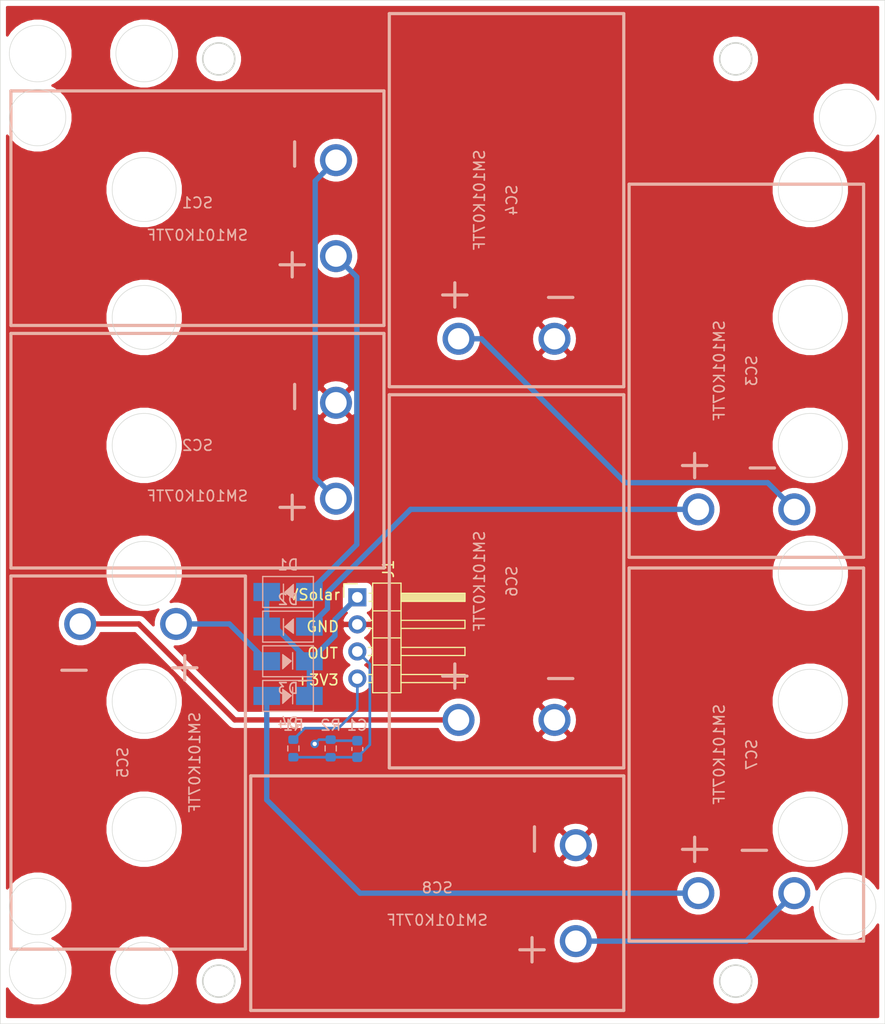
<source format=kicad_pcb>
(kicad_pcb (version 20171130) (host pcbnew "(5.1.10)-1")

  (general
    (thickness 1.6)
    (drawings 158)
    (tracks 47)
    (zones 0)
    (modules 16)
    (nets 13)
  )

  (page A4)
  (title_block
    (title "Solar Configuration for +Y; V1 Stucture")
    (date 2022-04-02)
    (rev 1.0)
  )

  (layers
    (0 F.Cu signal)
    (31 B.Cu signal)
    (32 B.Adhes user)
    (33 F.Adhes user)
    (34 B.Paste user)
    (35 F.Paste user)
    (36 B.SilkS user)
    (37 F.SilkS user)
    (38 B.Mask user)
    (39 F.Mask user)
    (40 Dwgs.User user hide)
    (41 Cmts.User user)
    (42 Eco1.User user)
    (43 Eco2.User user)
    (44 Edge.Cuts user)
    (45 Margin user)
    (46 B.CrtYd user)
    (47 F.CrtYd user)
    (48 B.Fab user)
    (49 F.Fab user hide)
  )

  (setup
    (last_trace_width 0.25)
    (user_trace_width 0.5)
    (trace_clearance 0.2)
    (zone_clearance 0.508)
    (zone_45_only no)
    (trace_min 0.2)
    (via_size 0.8)
    (via_drill 0.4)
    (via_min_size 0.4)
    (via_min_drill 0.3)
    (uvia_size 0.3)
    (uvia_drill 0.1)
    (uvias_allowed no)
    (uvia_min_size 0.2)
    (uvia_min_drill 0.1)
    (edge_width 0.05)
    (segment_width 0.2)
    (pcb_text_width 0.3)
    (pcb_text_size 1.5 1.5)
    (mod_edge_width 0.12)
    (mod_text_size 1 1)
    (mod_text_width 0.15)
    (pad_size 1.7 1.7)
    (pad_drill 1)
    (pad_to_mask_clearance 0)
    (aux_axis_origin 0 0)
    (visible_elements 7FFFFFFF)
    (pcbplotparams
      (layerselection 0x010fc_ffffffff)
      (usegerberextensions false)
      (usegerberattributes true)
      (usegerberadvancedattributes true)
      (creategerberjobfile true)
      (excludeedgelayer true)
      (linewidth 0.100000)
      (plotframeref false)
      (viasonmask false)
      (mode 1)
      (useauxorigin false)
      (hpglpennumber 1)
      (hpglpenspeed 20)
      (hpglpendiameter 15.000000)
      (psnegative false)
      (psa4output false)
      (plotreference true)
      (plotvalue true)
      (plotinvisibletext false)
      (padsonsilk false)
      (subtractmaskfromsilk false)
      (outputformat 1)
      (mirror false)
      (drillshape 1)
      (scaleselection 1)
      (outputdirectory "-Y Extras/Swiss Cheese/"))
  )

  (net 0 "")
  (net 1 GND)
  (net 2 +3V3)
  (net 3 VSOLAR)
  (net 4 OUT)
  (net 5 "Net-(SC1-Pad2)")
  (net 6 "Net-(SC3-Pad2)")
  (net 7 "Net-(SC5-Pad2)")
  (net 8 "Net-(SC7-Pad2)")
  (net 9 "Net-(D1-Pad2)")
  (net 10 "Net-(D2-Pad2)")
  (net 11 "Net-(D3-Pad2)")
  (net 12 "Net-(D4-Pad2)")

  (net_class Default "This is the default net class."
    (clearance 0.2)
    (trace_width 0.25)
    (via_dia 0.8)
    (via_drill 0.4)
    (uvia_dia 0.3)
    (uvia_drill 0.1)
    (add_net +3V3)
    (add_net GND)
    (add_net "Net-(D1-Pad2)")
    (add_net "Net-(D2-Pad2)")
    (add_net "Net-(D3-Pad2)")
    (add_net "Net-(D4-Pad2)")
    (add_net "Net-(SC1-Pad2)")
    (add_net "Net-(SC3-Pad2)")
    (add_net "Net-(SC5-Pad2)")
    (add_net "Net-(SC7-Pad2)")
    (add_net OUT)
    (add_net VSOLAR)
  )

  (module SolarPanelBoards:SM101K07TF (layer B.Cu) (tedit 614D4B0F) (tstamp 6204A931)
    (at 131 134.75)
    (path /62087697)
    (fp_text reference SC8 (at 0 -0.5) (layer B.SilkS)
      (effects (font (size 1 1) (thickness 0.15)) (justify mirror))
    )
    (fp_text value SM101K07TF (at 0 2.54) (layer B.SilkS)
      (effects (font (size 1 1) (thickness 0.15)) (justify mirror))
    )
    (fp_text user - (at 8.89 -5.08 -90) (layer B.SilkS)
      (effects (font (size 3 3) (thickness 0.3)) (justify mirror))
    )
    (fp_text user + (at 8.89 5.08) (layer B.SilkS)
      (effects (font (size 3 3) (thickness 0.3)) (justify mirror))
    )
    (fp_line (start -17.5 -11) (end -17.5 11) (layer B.SilkS) (width 0.3))
    (fp_line (start 17.5 -11) (end -17.5 -11) (layer B.SilkS) (width 0.3))
    (fp_line (start 17.5 11) (end 17.5 -11) (layer B.SilkS) (width 0.3))
    (fp_line (start -17.5 11) (end 17.5 11) (layer B.SilkS) (width 0.3))
    (pad 2 thru_hole circle (at 13 -4.5) (size 3 3) (drill 2) (layers *.Cu *.Mask)
      (net 1 GND))
    (pad 1 thru_hole circle (at 13 4.5) (size 3 3) (drill 2) (layers *.Cu *.Mask)
      (net 8 "Net-(SC7-Pad2)"))
    (model "C:/Users/grant/Downloads/SM101K07TF v3.step"
      (offset (xyz 17.5 -11 0))
      (scale (xyz 1 1 1))
      (rotate (xyz 0 0 -90))
    )
  )

  (module SolarPanelBoards:SM101K07TF (layer B.Cu) (tedit 614D4B0F) (tstamp 6244E1A5)
    (at 160 121.75 270)
    (path /6208768B)
    (fp_text reference SC7 (at 0 -0.5 90) (layer B.SilkS)
      (effects (font (size 1 1) (thickness 0.15)) (justify mirror))
    )
    (fp_text value SM101K07TF (at 0 2.54 90) (layer B.SilkS)
      (effects (font (size 1 1) (thickness 0.15)) (justify mirror))
    )
    (fp_text user - (at 8.75 -0.75 180) (layer B.SilkS)
      (effects (font (size 3 3) (thickness 0.3)) (justify mirror))
    )
    (fp_text user + (at 8.89 5.08 90) (layer B.SilkS)
      (effects (font (size 3 3) (thickness 0.3)) (justify mirror))
    )
    (fp_line (start -17.5 -11) (end -17.5 11) (layer B.SilkS) (width 0.3))
    (fp_line (start 17.5 -11) (end -17.5 -11) (layer B.SilkS) (width 0.3))
    (fp_line (start 17.5 11) (end 17.5 -11) (layer B.SilkS) (width 0.3))
    (fp_line (start -17.5 11) (end 17.5 11) (layer B.SilkS) (width 0.3))
    (pad 2 thru_hole circle (at 13 -4.5 270) (size 3 3) (drill 2) (layers *.Cu *.Mask)
      (net 8 "Net-(SC7-Pad2)"))
    (pad 1 thru_hole circle (at 13 4.5 270) (size 3 3) (drill 2) (layers *.Cu *.Mask)
      (net 12 "Net-(D4-Pad2)"))
    (model "C:/Users/grant/Downloads/SM101K07TF v3.step"
      (offset (xyz 17.5 -11 0))
      (scale (xyz 1 1 1))
      (rotate (xyz 0 0 -90))
    )
  )

  (module SolarPanelBoards:SM101K07TF (layer B.Cu) (tedit 614D4B0F) (tstamp 61285292)
    (at 137.5 105.5 270)
    (path /61455D69)
    (fp_text reference SC6 (at 0 -0.5 90) (layer B.SilkS)
      (effects (font (size 1 1) (thickness 0.15)) (justify mirror))
    )
    (fp_text value SM101K07TF (at 0 2.54 90) (layer B.SilkS)
      (effects (font (size 1 1) (thickness 0.15)) (justify mirror))
    )
    (fp_text user - (at 8.89 -5.08 180) (layer B.SilkS)
      (effects (font (size 3 3) (thickness 0.3)) (justify mirror))
    )
    (fp_text user + (at 8.89 5.08 90) (layer B.SilkS)
      (effects (font (size 3 3) (thickness 0.3)) (justify mirror))
    )
    (fp_line (start -17.5 -11) (end -17.5 11) (layer B.SilkS) (width 0.3))
    (fp_line (start 17.5 -11) (end -17.5 -11) (layer B.SilkS) (width 0.3))
    (fp_line (start 17.5 11) (end 17.5 -11) (layer B.SilkS) (width 0.3))
    (fp_line (start -17.5 11) (end 17.5 11) (layer B.SilkS) (width 0.3))
    (pad 2 thru_hole circle (at 13 -4.5 270) (size 3 3) (drill 2) (layers *.Cu *.Mask)
      (net 1 GND))
    (pad 1 thru_hole circle (at 13 4.5 270) (size 3 3) (drill 2) (layers *.Cu *.Mask)
      (net 7 "Net-(SC5-Pad2)"))
    (model "C:/Users/grant/Downloads/SM101K07TF v3.step"
      (offset (xyz 17.5 -11 0))
      (scale (xyz 1 1 1))
      (rotate (xyz 0 0 -90))
    )
  )

  (module SolarPanelBoards:SM101K07TF (layer B.Cu) (tedit 614D4B0F) (tstamp 61285286)
    (at 102 122.5 90)
    (path /61455D67)
    (fp_text reference SC5 (at 0 -0.5 90) (layer B.SilkS)
      (effects (font (size 1 1) (thickness 0.15)) (justify mirror))
    )
    (fp_text value SM101K07TF (at 0 6.25 90) (layer B.SilkS)
      (effects (font (size 1 1) (thickness 0.15)) (justify mirror))
    )
    (fp_text user - (at 8.89 -5.08 180) (layer B.SilkS)
      (effects (font (size 3 3) (thickness 0.3)) (justify mirror))
    )
    (fp_text user + (at 8.89 5.08 90) (layer B.SilkS)
      (effects (font (size 3 3) (thickness 0.3)) (justify mirror))
    )
    (fp_line (start -17.5 -11) (end -17.5 11) (layer B.SilkS) (width 0.3))
    (fp_line (start 17.5 -11) (end -17.5 -11) (layer B.SilkS) (width 0.3))
    (fp_line (start 17.5 11) (end 17.5 -11) (layer B.SilkS) (width 0.3))
    (fp_line (start -17.5 11) (end 17.5 11) (layer B.SilkS) (width 0.3))
    (pad 2 thru_hole circle (at 13 -4.5 90) (size 3 3) (drill 2) (layers *.Cu *.Mask)
      (net 7 "Net-(SC5-Pad2)"))
    (pad 1 thru_hole circle (at 13 4.5 90) (size 3 3) (drill 2) (layers *.Cu *.Mask)
      (net 11 "Net-(D3-Pad2)"))
    (model "C:/Users/grant/Downloads/SM101K07TF v3.step"
      (offset (xyz 17.5 -11 0))
      (scale (xyz 1 1 1))
      (rotate (xyz 0 0 -90))
    )
  )

  (module SolarPanelBoards:SM101K07TF (layer B.Cu) (tedit 614D4B0F) (tstamp 6128527A)
    (at 137.5 69.75 270)
    (path /61285A7B)
    (fp_text reference SC4 (at 0 -0.5 90) (layer B.SilkS)
      (effects (font (size 1 1) (thickness 0.15)) (justify mirror))
    )
    (fp_text value SM101K07TF (at 0 2.54 90) (layer B.SilkS)
      (effects (font (size 1 1) (thickness 0.15)) (justify mirror))
    )
    (fp_text user - (at 8.89 -5.08 180) (layer B.SilkS)
      (effects (font (size 3 3) (thickness 0.3)) (justify mirror))
    )
    (fp_text user + (at 8.89 5.08 90) (layer B.SilkS)
      (effects (font (size 3 3) (thickness 0.3)) (justify mirror))
    )
    (fp_line (start -17.5 -11) (end -17.5 11) (layer B.SilkS) (width 0.3))
    (fp_line (start 17.5 -11) (end -17.5 -11) (layer B.SilkS) (width 0.3))
    (fp_line (start 17.5 11) (end 17.5 -11) (layer B.SilkS) (width 0.3))
    (fp_line (start -17.5 11) (end 17.5 11) (layer B.SilkS) (width 0.3))
    (pad 2 thru_hole circle (at 13 -4.5 270) (size 3 3) (drill 2) (layers *.Cu *.Mask)
      (net 1 GND))
    (pad 1 thru_hole circle (at 13 4.5 270) (size 3 3) (drill 2) (layers *.Cu *.Mask)
      (net 6 "Net-(SC3-Pad2)"))
    (model "C:/Users/grant/Downloads/SM101K07TF v3.step"
      (offset (xyz 17.5 -11 0))
      (scale (xyz 1 1 1))
      (rotate (xyz 0 0 -90))
    )
  )

  (module SolarPanelBoards:SM101K07TF (layer B.Cu) (tedit 614D4B0F) (tstamp 6128526E)
    (at 160 85.75 270)
    (path /6128524D)
    (fp_text reference SC3 (at 0 -0.5 90) (layer B.SilkS)
      (effects (font (size 1 1) (thickness 0.15)) (justify mirror))
    )
    (fp_text value SM101K07TF (at 0 2.54 90) (layer B.SilkS)
      (effects (font (size 1 1) (thickness 0.15)) (justify mirror))
    )
    (fp_text user - (at 8.89 -1.5 180) (layer B.SilkS)
      (effects (font (size 3 3) (thickness 0.3)) (justify mirror))
    )
    (fp_text user + (at 8.89 5.08 90) (layer B.SilkS)
      (effects (font (size 3 3) (thickness 0.3)) (justify mirror))
    )
    (fp_line (start -17.5 -11) (end -17.5 11) (layer B.SilkS) (width 0.3))
    (fp_line (start 17.5 -11) (end -17.5 -11) (layer B.SilkS) (width 0.3))
    (fp_line (start 17.5 11) (end 17.5 -11) (layer B.SilkS) (width 0.3))
    (fp_line (start -17.5 11) (end 17.5 11) (layer B.SilkS) (width 0.3))
    (pad 2 thru_hole circle (at 13 -4.5 270) (size 3 3) (drill 2) (layers *.Cu *.Mask)
      (net 6 "Net-(SC3-Pad2)"))
    (pad 1 thru_hole circle (at 13 4.5 270) (size 3 3) (drill 2) (layers *.Cu *.Mask)
      (net 10 "Net-(D2-Pad2)"))
    (model "C:/Users/grant/Downloads/SM101K07TF v3.step"
      (offset (xyz 17.5 -11 0))
      (scale (xyz 1 1 1))
      (rotate (xyz 0 0 -90))
    )
  )

  (module SolarPanelBoards:SM101K07TF (layer B.Cu) (tedit 614D4B0F) (tstamp 61285262)
    (at 108.5 93.25)
    (path /612849A3)
    (fp_text reference SC2 (at 0 -0.5) (layer B.SilkS)
      (effects (font (size 1 1) (thickness 0.15)) (justify mirror))
    )
    (fp_text value SM101K07TF (at 0 4.25) (layer B.SilkS)
      (effects (font (size 1 1) (thickness 0.15)) (justify mirror))
    )
    (fp_text user - (at 8.89 -5.08 -90) (layer B.SilkS)
      (effects (font (size 3 3) (thickness 0.3)) (justify mirror))
    )
    (fp_text user + (at 8.89 5.08) (layer B.SilkS)
      (effects (font (size 3 3) (thickness 0.3)) (justify mirror))
    )
    (fp_line (start -17.5 -11) (end -17.5 11) (layer B.SilkS) (width 0.3))
    (fp_line (start 17.5 -11) (end -17.5 -11) (layer B.SilkS) (width 0.3))
    (fp_line (start 17.5 11) (end 17.5 -11) (layer B.SilkS) (width 0.3))
    (fp_line (start -17.5 11) (end 17.5 11) (layer B.SilkS) (width 0.3))
    (pad 2 thru_hole circle (at 13 -4.5) (size 3 3) (drill 2) (layers *.Cu *.Mask)
      (net 1 GND))
    (pad 1 thru_hole circle (at 13 4.5) (size 3 3) (drill 2) (layers *.Cu *.Mask)
      (net 5 "Net-(SC1-Pad2)"))
    (model "C:/Users/grant/Downloads/SM101K07TF v3.step"
      (offset (xyz 17.5 -11 0))
      (scale (xyz 1 1 1))
      (rotate (xyz 0 0 -90))
    )
  )

  (module SolarPanelBoards:SM101K07TF (layer B.Cu) (tedit 614D4B0F) (tstamp 61285256)
    (at 108.5 70.5)
    (path /6143BD42)
    (fp_text reference SC1 (at 0 -0.5) (layer B.SilkS)
      (effects (font (size 1 1) (thickness 0.15)) (justify mirror))
    )
    (fp_text value SM101K07TF (at 0 2.54) (layer B.SilkS)
      (effects (font (size 1 1) (thickness 0.15)) (justify mirror))
    )
    (fp_text user - (at 8.89 -5.08 -90) (layer B.SilkS)
      (effects (font (size 3 3) (thickness 0.3)) (justify mirror))
    )
    (fp_text user + (at 8.89 5.08) (layer B.SilkS)
      (effects (font (size 3 3) (thickness 0.3)) (justify mirror))
    )
    (fp_line (start -17.5 -11) (end -17.5 11) (layer B.SilkS) (width 0.3))
    (fp_line (start 17.5 -11) (end -17.5 -11) (layer B.SilkS) (width 0.3))
    (fp_line (start 17.5 11) (end 17.5 -11) (layer B.SilkS) (width 0.3))
    (fp_line (start -17.5 11) (end 17.5 11) (layer B.SilkS) (width 0.3))
    (pad 2 thru_hole circle (at 13 -4.5) (size 3 3) (drill 2) (layers *.Cu *.Mask)
      (net 5 "Net-(SC1-Pad2)"))
    (pad 1 thru_hole circle (at 13 4.5) (size 3 3) (drill 2) (layers *.Cu *.Mask)
      (net 9 "Net-(D1-Pad2)"))
    (model "C:/Users/grant/Downloads/SM101K07TF v3.step"
      (offset (xyz 17.5 -11 0))
      (scale (xyz 1 1 1))
      (rotate (xyz 0 0 -90))
    )
  )

  (module SolarPanelBoards:DO-214AC (layer B.Cu) (tedit 6131B737) (tstamp 6128521E)
    (at 117 116.25 180)
    (descr "Diode Footprint for CDBA240LL-HF")
    (path /61285A75)
    (attr smd)
    (fp_text reference D4 (at 0 -2.54) (layer B.SilkS)
      (effects (font (size 1 1) (thickness 0.15)) (justify mirror))
    )
    (fp_text value CDBA240LL-HF (at 0 2.54) (layer B.Fab)
      (effects (font (size 1 1) (thickness 0.15)) (justify mirror))
    )
    (fp_line (start -2.375 -1.45) (end 2.375 -1.45) (layer B.SilkS) (width 0.12))
    (fp_line (start 2.375 -1.45) (end 2.375 1.45) (layer B.SilkS) (width 0.12))
    (fp_line (start -2.375 -1.45) (end -2.375 1.45) (layer B.SilkS) (width 0.12))
    (fp_line (start -2.375 1.45) (end 2.375 1.45) (layer B.SilkS) (width 0.12))
    (fp_poly (pts (xy 0.508 -0.7112) (xy -0.3048 0.0254) (xy 0.508 0.635)) (layer B.SilkS) (width 0.1))
    (fp_line (start -0.4318 0.8128) (end -0.4318 -0.7366) (layer B.SilkS) (width 0.12))
    (pad 2 smd rect (at 2 0 180) (size 2.5 1.7) (layers B.Cu B.Paste B.Mask)
      (net 12 "Net-(D4-Pad2)"))
    (pad 1 smd rect (at -2 0 180) (size 2.5 1.7) (layers B.Cu B.Paste B.Mask)
      (net 3 VSOLAR))
    (model "C:/Users/grant/Downloads/sma-do-214ac-1.snapshot.1/SMA (DO-214AC).STEP"
      (at (xyz 0 0 0))
      (scale (xyz 1 1 1))
      (rotate (xyz -90 0 0))
    )
  )

  (module SolarPanelBoards:DO-214AC (layer B.Cu) (tedit 6131B737) (tstamp 61285212)
    (at 117 113 180)
    (descr "Diode Footprint for CDBA240LL-HF")
    (path /61285247)
    (attr smd)
    (fp_text reference D3 (at 0 -2.54) (layer B.SilkS)
      (effects (font (size 1 1) (thickness 0.15)) (justify mirror))
    )
    (fp_text value CDBA240LL-HF (at 0 2.54) (layer B.Fab)
      (effects (font (size 1 1) (thickness 0.15)) (justify mirror))
    )
    (fp_line (start -2.375 -1.45) (end 2.375 -1.45) (layer B.SilkS) (width 0.12))
    (fp_line (start 2.375 -1.45) (end 2.375 1.45) (layer B.SilkS) (width 0.12))
    (fp_line (start -2.375 -1.45) (end -2.375 1.45) (layer B.SilkS) (width 0.12))
    (fp_line (start -2.375 1.45) (end 2.375 1.45) (layer B.SilkS) (width 0.12))
    (fp_poly (pts (xy 0.508 -0.7112) (xy -0.3048 0.0254) (xy 0.508 0.635)) (layer B.SilkS) (width 0.1))
    (fp_line (start -0.4318 0.8128) (end -0.4318 -0.7366) (layer B.SilkS) (width 0.12))
    (pad 2 smd rect (at 2 0 180) (size 2.5 1.7) (layers B.Cu B.Paste B.Mask)
      (net 11 "Net-(D3-Pad2)"))
    (pad 1 smd rect (at -2 0 180) (size 2.5 1.7) (layers B.Cu B.Paste B.Mask)
      (net 3 VSOLAR))
    (model "C:/Users/grant/Downloads/sma-do-214ac-1.snapshot.1/SMA (DO-214AC).STEP"
      (at (xyz 0 0 0))
      (scale (xyz 1 1 1))
      (rotate (xyz -90 0 0))
    )
  )

  (module SolarPanelBoards:DO-214AC (layer B.Cu) (tedit 6131B737) (tstamp 6128522A)
    (at 117 109.75)
    (descr "Diode Footprint for CDBA240LL-HF")
    (path /61455D66)
    (attr smd)
    (fp_text reference D2 (at 0 -2.54) (layer B.SilkS)
      (effects (font (size 1 1) (thickness 0.15)) (justify mirror))
    )
    (fp_text value CDBA240LL-HF (at 0 2.54) (layer B.Fab)
      (effects (font (size 1 1) (thickness 0.15)) (justify mirror))
    )
    (fp_line (start -2.375 -1.45) (end 2.375 -1.45) (layer B.SilkS) (width 0.12))
    (fp_line (start 2.375 -1.45) (end 2.375 1.45) (layer B.SilkS) (width 0.12))
    (fp_line (start -2.375 -1.45) (end -2.375 1.45) (layer B.SilkS) (width 0.12))
    (fp_line (start -2.375 1.45) (end 2.375 1.45) (layer B.SilkS) (width 0.12))
    (fp_poly (pts (xy 0.508 -0.7112) (xy -0.3048 0.0254) (xy 0.508 0.635)) (layer B.SilkS) (width 0.1))
    (fp_line (start -0.4318 0.8128) (end -0.4318 -0.7366) (layer B.SilkS) (width 0.12))
    (pad 2 smd rect (at 2 0) (size 2.5 1.7) (layers B.Cu B.Paste B.Mask)
      (net 10 "Net-(D2-Pad2)"))
    (pad 1 smd rect (at -2 0) (size 2.5 1.7) (layers B.Cu B.Paste B.Mask)
      (net 3 VSOLAR))
    (model "C:/Users/grant/Downloads/sma-do-214ac-1.snapshot.1/SMA (DO-214AC).STEP"
      (at (xyz 0 0 0))
      (scale (xyz 1 1 1))
      (rotate (xyz -90 0 0))
    )
  )

  (module SolarPanelBoards:DO-214AC (layer B.Cu) (tedit 6131B737) (tstamp 612851FA)
    (at 117 106.5)
    (descr "Diode Footprint for CDBA240LL-HF")
    (path /61067859)
    (attr smd)
    (fp_text reference D1 (at 0 -2.54) (layer B.SilkS)
      (effects (font (size 1 1) (thickness 0.15)) (justify mirror))
    )
    (fp_text value CDBA240LL-HF (at 0 2.54) (layer B.Fab)
      (effects (font (size 1 1) (thickness 0.15)) (justify mirror))
    )
    (fp_line (start -2.375 -1.45) (end 2.375 -1.45) (layer B.SilkS) (width 0.12))
    (fp_line (start 2.375 -1.45) (end 2.375 1.45) (layer B.SilkS) (width 0.12))
    (fp_line (start -2.375 -1.45) (end -2.375 1.45) (layer B.SilkS) (width 0.12))
    (fp_line (start -2.375 1.45) (end 2.375 1.45) (layer B.SilkS) (width 0.12))
    (fp_poly (pts (xy 0.508 -0.7112) (xy -0.3048 0.0254) (xy 0.508 0.635)) (layer B.SilkS) (width 0.1))
    (fp_line (start -0.4318 0.8128) (end -0.4318 -0.7366) (layer B.SilkS) (width 0.12))
    (pad 2 smd rect (at 2 0) (size 2.5 1.7) (layers B.Cu B.Paste B.Mask)
      (net 9 "Net-(D1-Pad2)"))
    (pad 1 smd rect (at -2 0) (size 2.5 1.7) (layers B.Cu B.Paste B.Mask)
      (net 3 VSOLAR))
    (model "C:/Users/grant/Downloads/sma-do-214ac-1.snapshot.1/SMA (DO-214AC).STEP"
      (at (xyz 0 0 0))
      (scale (xyz 1 1 1))
      (rotate (xyz -90 0 0))
    )
  )

  (module Resistor_SMD:R_0603_1608Metric (layer B.Cu) (tedit 5F68FEEE) (tstamp 624547E0)
    (at 121 121.175 90)
    (descr "Resistor SMD 0603 (1608 Metric), square (rectangular) end terminal, IPC_7351 nominal, (Body size source: IPC-SM-782 page 72, https://www.pcb-3d.com/wordpress/wp-content/uploads/ipc-sm-782a_amendment_1_and_2.pdf), generated with kicad-footprint-generator")
    (tags resistor)
    (path /61FF6451)
    (attr smd)
    (fp_text reference R2 (at 2.175 0 180) (layer B.SilkS)
      (effects (font (size 1 1) (thickness 0.15)) (justify mirror))
    )
    (fp_text value R (at 0 -1.43 270) (layer B.Fab)
      (effects (font (size 1 1) (thickness 0.15)) (justify mirror))
    )
    (fp_line (start -0.8 -0.4125) (end -0.8 0.4125) (layer B.Fab) (width 0.1))
    (fp_line (start -0.8 0.4125) (end 0.8 0.4125) (layer B.Fab) (width 0.1))
    (fp_line (start 0.8 0.4125) (end 0.8 -0.4125) (layer B.Fab) (width 0.1))
    (fp_line (start 0.8 -0.4125) (end -0.8 -0.4125) (layer B.Fab) (width 0.1))
    (fp_line (start -0.237258 0.5225) (end 0.237258 0.5225) (layer B.SilkS) (width 0.12))
    (fp_line (start -0.237258 -0.5225) (end 0.237258 -0.5225) (layer B.SilkS) (width 0.12))
    (fp_line (start -1.48 -0.73) (end -1.48 0.73) (layer B.CrtYd) (width 0.05))
    (fp_line (start -1.48 0.73) (end 1.48 0.73) (layer B.CrtYd) (width 0.05))
    (fp_line (start 1.48 0.73) (end 1.48 -0.73) (layer B.CrtYd) (width 0.05))
    (fp_line (start 1.48 -0.73) (end -1.48 -0.73) (layer B.CrtYd) (width 0.05))
    (fp_text user %R (at 0 0 270) (layer B.Fab)
      (effects (font (size 0.4 0.4) (thickness 0.06)) (justify mirror))
    )
    (pad 2 smd roundrect (at 0.825 0 90) (size 0.8 0.95) (layers B.Cu B.Paste B.Mask) (roundrect_rratio 0.25)
      (net 1 GND))
    (pad 1 smd roundrect (at -0.825 0 90) (size 0.8 0.95) (layers B.Cu B.Paste B.Mask) (roundrect_rratio 0.25)
      (net 4 OUT))
    (model ${KISYS3DMOD}/Resistor_SMD.3dshapes/R_0603_1608Metric.wrl
      (at (xyz 0 0 0))
      (scale (xyz 1 1 1))
      (rotate (xyz 0 0 0))
    )
  )

  (module Resistor_SMD:R_0603_1608Metric (layer B.Cu) (tedit 5F68FEEE) (tstamp 624547B0)
    (at 117.5 121.175 270)
    (descr "Resistor SMD 0603 (1608 Metric), square (rectangular) end terminal, IPC_7351 nominal, (Body size source: IPC-SM-782 page 72, https://www.pcb-3d.com/wordpress/wp-content/uploads/ipc-sm-782a_amendment_1_and_2.pdf), generated with kicad-footprint-generator")
    (tags resistor)
    (path /61FF37C8)
    (attr smd)
    (fp_text reference R1 (at -2.175 -0.009 180) (layer B.SilkS)
      (effects (font (size 1 1) (thickness 0.15)) (justify mirror))
    )
    (fp_text value ALS-PT19 (at 0 -1.43 270) (layer B.Fab)
      (effects (font (size 1 1) (thickness 0.15)) (justify mirror))
    )
    (fp_line (start -0.8 -0.4125) (end -0.8 0.4125) (layer B.Fab) (width 0.1))
    (fp_line (start -0.8 0.4125) (end 0.8 0.4125) (layer B.Fab) (width 0.1))
    (fp_line (start 0.8 0.4125) (end 0.8 -0.4125) (layer B.Fab) (width 0.1))
    (fp_line (start 0.8 -0.4125) (end -0.8 -0.4125) (layer B.Fab) (width 0.1))
    (fp_line (start -0.237258 0.5225) (end 0.237258 0.5225) (layer B.SilkS) (width 0.12))
    (fp_line (start -0.237258 -0.5225) (end 0.237258 -0.5225) (layer B.SilkS) (width 0.12))
    (fp_line (start -1.48 -0.73) (end -1.48 0.73) (layer B.CrtYd) (width 0.05))
    (fp_line (start -1.48 0.73) (end 1.48 0.73) (layer B.CrtYd) (width 0.05))
    (fp_line (start 1.48 0.73) (end 1.48 -0.73) (layer B.CrtYd) (width 0.05))
    (fp_line (start 1.48 -0.73) (end -1.48 -0.73) (layer B.CrtYd) (width 0.05))
    (fp_text user %R (at 0 0 270) (layer B.Fab)
      (effects (font (size 0.4 0.4) (thickness 0.06)) (justify mirror))
    )
    (pad 2 smd roundrect (at 0.825 0 270) (size 0.8 0.95) (layers B.Cu B.Paste B.Mask) (roundrect_rratio 0.25)
      (net 4 OUT))
    (pad 1 smd roundrect (at -0.825 0 270) (size 0.8 0.95) (layers B.Cu B.Paste B.Mask) (roundrect_rratio 0.25)
      (net 2 +3V3))
    (model ${KISYS3DMOD}/Resistor_SMD.3dshapes/R_0603_1608Metric.wrl
      (at (xyz 0 0 0))
      (scale (xyz 1 1 1))
      (rotate (xyz 0 0 0))
    )
  )

  (module Capacitor_SMD:C_0603_1608Metric (layer B.Cu) (tedit 5F68FEEE) (tstamp 62454810)
    (at 123.5 121.225 90)
    (descr "Capacitor SMD 0603 (1608 Metric), square (rectangular) end terminal, IPC_7351 nominal, (Body size source: IPC-SM-782 page 76, https://www.pcb-3d.com/wordpress/wp-content/uploads/ipc-sm-782a_amendment_1_and_2.pdf), generated with kicad-footprint-generator")
    (tags capacitor)
    (path /61FF8764)
    (attr smd)
    (fp_text reference C1 (at 2.225 0 180) (layer B.SilkS)
      (effects (font (size 1 1) (thickness 0.15)) (justify mirror))
    )
    (fp_text value C (at 0 -1.43 270) (layer B.Fab)
      (effects (font (size 1 1) (thickness 0.15)) (justify mirror))
    )
    (fp_line (start -0.8 -0.4) (end -0.8 0.4) (layer B.Fab) (width 0.1))
    (fp_line (start -0.8 0.4) (end 0.8 0.4) (layer B.Fab) (width 0.1))
    (fp_line (start 0.8 0.4) (end 0.8 -0.4) (layer B.Fab) (width 0.1))
    (fp_line (start 0.8 -0.4) (end -0.8 -0.4) (layer B.Fab) (width 0.1))
    (fp_line (start -0.14058 0.51) (end 0.14058 0.51) (layer B.SilkS) (width 0.12))
    (fp_line (start -0.14058 -0.51) (end 0.14058 -0.51) (layer B.SilkS) (width 0.12))
    (fp_line (start -1.48 -0.73) (end -1.48 0.73) (layer B.CrtYd) (width 0.05))
    (fp_line (start -1.48 0.73) (end 1.48 0.73) (layer B.CrtYd) (width 0.05))
    (fp_line (start 1.48 0.73) (end 1.48 -0.73) (layer B.CrtYd) (width 0.05))
    (fp_line (start 1.48 -0.73) (end -1.48 -0.73) (layer B.CrtYd) (width 0.05))
    (fp_text user %R (at 0 0 270) (layer B.Fab)
      (effects (font (size 0.4 0.4) (thickness 0.06)) (justify mirror))
    )
    (pad 2 smd roundrect (at 0.775 0 90) (size 0.9 0.95) (layers B.Cu B.Paste B.Mask) (roundrect_rratio 0.25)
      (net 1 GND))
    (pad 1 smd roundrect (at -0.775 0 90) (size 0.9 0.95) (layers B.Cu B.Paste B.Mask) (roundrect_rratio 0.25)
      (net 4 OUT))
    (model ${KISYS3DMOD}/Capacitor_SMD.3dshapes/C_0603_1608Metric.wrl
      (at (xyz 0 0 0))
      (scale (xyz 1 1 1))
      (rotate (xyz 0 0 0))
    )
  )

  (module Connector_PinHeader_2.54mm:PinHeader_1x04_P2.54mm_Horizontal (layer F.Cu) (tedit 59FED5CB) (tstamp 6245487C)
    (at 123.5 107)
    (descr "Through hole angled pin header, 1x04, 2.54mm pitch, 6mm pin length, single row")
    (tags "Through hole angled pin header THT 1x04 2.54mm single row")
    (path /61F4A1BA)
    (fp_text reference J1 (at 2.921 -2.667 -270) (layer F.SilkS)
      (effects (font (size 1 1) (thickness 0.15)))
    )
    (fp_text value Conn_01x04 (at 4.385 9.89 -180) (layer F.Fab)
      (effects (font (size 1 1) (thickness 0.15)))
    )
    (fp_line (start 10.55 -1.8) (end -1.8 -1.8) (layer F.CrtYd) (width 0.05))
    (fp_line (start 10.55 9.4) (end 10.55 -1.8) (layer F.CrtYd) (width 0.05))
    (fp_line (start -1.8 9.4) (end 10.55 9.4) (layer F.CrtYd) (width 0.05))
    (fp_line (start -1.8 -1.8) (end -1.8 9.4) (layer F.CrtYd) (width 0.05))
    (fp_line (start -1.27 -1.27) (end 0 -1.27) (layer F.SilkS) (width 0.12))
    (fp_line (start -1.27 0) (end -1.27 -1.27) (layer F.SilkS) (width 0.12))
    (fp_line (start 1.042929 8) (end 1.44 8) (layer F.SilkS) (width 0.12))
    (fp_line (start 1.042929 7.24) (end 1.44 7.24) (layer F.SilkS) (width 0.12))
    (fp_line (start 10.1 8) (end 4.1 8) (layer F.SilkS) (width 0.12))
    (fp_line (start 10.1 7.24) (end 10.1 8) (layer F.SilkS) (width 0.12))
    (fp_line (start 4.1 7.24) (end 10.1 7.24) (layer F.SilkS) (width 0.12))
    (fp_line (start 1.44 6.35) (end 4.1 6.35) (layer F.SilkS) (width 0.12))
    (fp_line (start 1.042929 5.46) (end 1.44 5.46) (layer F.SilkS) (width 0.12))
    (fp_line (start 1.042929 4.7) (end 1.44 4.7) (layer F.SilkS) (width 0.12))
    (fp_line (start 10.1 5.46) (end 4.1 5.46) (layer F.SilkS) (width 0.12))
    (fp_line (start 10.1 4.7) (end 10.1 5.46) (layer F.SilkS) (width 0.12))
    (fp_line (start 4.1 4.7) (end 10.1 4.7) (layer F.SilkS) (width 0.12))
    (fp_line (start 1.44 3.81) (end 4.1 3.81) (layer F.SilkS) (width 0.12))
    (fp_line (start 1.042929 2.92) (end 1.44 2.92) (layer F.SilkS) (width 0.12))
    (fp_line (start 1.042929 2.16) (end 1.44 2.16) (layer F.SilkS) (width 0.12))
    (fp_line (start 10.1 2.92) (end 4.1 2.92) (layer F.SilkS) (width 0.12))
    (fp_line (start 10.1 2.16) (end 10.1 2.92) (layer F.SilkS) (width 0.12))
    (fp_line (start 4.1 2.16) (end 10.1 2.16) (layer F.SilkS) (width 0.12))
    (fp_line (start 1.44 1.27) (end 4.1 1.27) (layer F.SilkS) (width 0.12))
    (fp_line (start 1.11 0.38) (end 1.44 0.38) (layer F.SilkS) (width 0.12))
    (fp_line (start 1.11 -0.38) (end 1.44 -0.38) (layer F.SilkS) (width 0.12))
    (fp_line (start 4.1 0.28) (end 10.1 0.28) (layer F.SilkS) (width 0.12))
    (fp_line (start 4.1 0.16) (end 10.1 0.16) (layer F.SilkS) (width 0.12))
    (fp_line (start 4.1 0.04) (end 10.1 0.04) (layer F.SilkS) (width 0.12))
    (fp_line (start 4.1 -0.08) (end 10.1 -0.08) (layer F.SilkS) (width 0.12))
    (fp_line (start 4.1 -0.2) (end 10.1 -0.2) (layer F.SilkS) (width 0.12))
    (fp_line (start 4.1 -0.32) (end 10.1 -0.32) (layer F.SilkS) (width 0.12))
    (fp_line (start 10.1 0.38) (end 4.1 0.38) (layer F.SilkS) (width 0.12))
    (fp_line (start 10.1 -0.38) (end 10.1 0.38) (layer F.SilkS) (width 0.12))
    (fp_line (start 4.1 -0.38) (end 10.1 -0.38) (layer F.SilkS) (width 0.12))
    (fp_line (start 4.1 -1.33) (end 1.44 -1.33) (layer F.SilkS) (width 0.12))
    (fp_line (start 4.1 8.95) (end 4.1 -1.33) (layer F.SilkS) (width 0.12))
    (fp_line (start 1.44 8.95) (end 4.1 8.95) (layer F.SilkS) (width 0.12))
    (fp_line (start 1.44 -1.33) (end 1.44 8.95) (layer F.SilkS) (width 0.12))
    (fp_line (start 4.04 7.94) (end 10.04 7.94) (layer F.Fab) (width 0.1))
    (fp_line (start 10.04 7.3) (end 10.04 7.94) (layer F.Fab) (width 0.1))
    (fp_line (start 4.04 7.3) (end 10.04 7.3) (layer F.Fab) (width 0.1))
    (fp_line (start -0.32 7.94) (end 1.5 7.94) (layer F.Fab) (width 0.1))
    (fp_line (start -0.32 7.3) (end -0.32 7.94) (layer F.Fab) (width 0.1))
    (fp_line (start -0.32 7.3) (end 1.5 7.3) (layer F.Fab) (width 0.1))
    (fp_line (start 4.04 5.4) (end 10.04 5.4) (layer F.Fab) (width 0.1))
    (fp_line (start 10.04 4.76) (end 10.04 5.4) (layer F.Fab) (width 0.1))
    (fp_line (start 4.04 4.76) (end 10.04 4.76) (layer F.Fab) (width 0.1))
    (fp_line (start -0.32 5.4) (end 1.5 5.4) (layer F.Fab) (width 0.1))
    (fp_line (start -0.32 4.76) (end -0.32 5.4) (layer F.Fab) (width 0.1))
    (fp_line (start -0.32 4.76) (end 1.5 4.76) (layer F.Fab) (width 0.1))
    (fp_line (start 4.04 2.86) (end 10.04 2.86) (layer F.Fab) (width 0.1))
    (fp_line (start 10.04 2.22) (end 10.04 2.86) (layer F.Fab) (width 0.1))
    (fp_line (start 4.04 2.22) (end 10.04 2.22) (layer F.Fab) (width 0.1))
    (fp_line (start -0.32 2.86) (end 1.5 2.86) (layer F.Fab) (width 0.1))
    (fp_line (start -0.32 2.22) (end -0.32 2.86) (layer F.Fab) (width 0.1))
    (fp_line (start -0.32 2.22) (end 1.5 2.22) (layer F.Fab) (width 0.1))
    (fp_line (start 4.04 0.32) (end 10.04 0.32) (layer F.Fab) (width 0.1))
    (fp_line (start 10.04 -0.32) (end 10.04 0.32) (layer F.Fab) (width 0.1))
    (fp_line (start 4.04 -0.32) (end 10.04 -0.32) (layer F.Fab) (width 0.1))
    (fp_line (start -0.32 0.32) (end 1.5 0.32) (layer F.Fab) (width 0.1))
    (fp_line (start -0.32 -0.32) (end -0.32 0.32) (layer F.Fab) (width 0.1))
    (fp_line (start -0.32 -0.32) (end 1.5 -0.32) (layer F.Fab) (width 0.1))
    (fp_line (start 1.5 -0.635) (end 2.135 -1.27) (layer F.Fab) (width 0.1))
    (fp_line (start 1.5 8.89) (end 1.5 -0.635) (layer F.Fab) (width 0.1))
    (fp_line (start 4.04 8.89) (end 1.5 8.89) (layer F.Fab) (width 0.1))
    (fp_line (start 4.04 -1.27) (end 4.04 8.89) (layer F.Fab) (width 0.1))
    (fp_line (start 2.135 -1.27) (end 4.04 -1.27) (layer F.Fab) (width 0.1))
    (fp_text user %R (at 2.77 3.81 -90) (layer F.Fab)
      (effects (font (size 1 1) (thickness 0.15)))
    )
    (pad 4 thru_hole oval (at 0 7.62) (size 1.7 1.7) (drill 1) (layers *.Cu *.Mask)
      (net 2 +3V3))
    (pad 3 thru_hole oval (at 0 5.08) (size 1.7 1.7) (drill 1) (layers *.Cu *.Mask)
      (net 4 OUT))
    (pad 2 thru_hole oval (at 0 2.54) (size 1.7 1.7) (drill 1) (layers *.Cu *.Mask)
      (net 1 GND))
    (pad 1 thru_hole rect (at 0 0) (size 1.7 1.7) (drill 1) (layers *.Cu *.Mask)
      (net 3 VSOLAR))
    (model ${KISYS3DMOD}/Connector_PinHeader_2.54mm.3dshapes/PinHeader_1x04_P2.54mm_Horizontal.wrl
      (at (xyz 0 0 0))
      (scale (xyz 1 1 1))
      (rotate (xyz 0 0 0))
    )
  )

  (gr_circle (center 166 68.75) (end 166 71.75) (layer Edge.Cuts) (width 0.05) (tstamp 6245597E))
  (gr_circle (center 166 80.75) (end 166 83.75) (layer Edge.Cuts) (width 0.05) (tstamp 6245597E))
  (gr_circle (center 166 92.75) (end 166 95.75) (layer Edge.Cuts) (width 0.05) (tstamp 6245597E))
  (gr_circle (center 166 104.75) (end 166 107.75) (layer Edge.Cuts) (width 0.05) (tstamp 6245597E))
  (gr_circle (center 166 116.75) (end 166 119.75) (layer Edge.Cuts) (width 0.05) (tstamp 6245597E))
  (gr_circle (center 166 128.75) (end 166 131.75) (layer Edge.Cuts) (width 0.05) (tstamp 6245597E))
  (gr_circle (center 103.5 68.75) (end 103.5 71.75) (layer Edge.Cuts) (width 0.05) (tstamp 6245597E))
  (gr_circle (center 103.5 80.75) (end 103.5 83.75) (layer Edge.Cuts) (width 0.05) (tstamp 6245597E))
  (gr_circle (center 103.5 92.75) (end 103.5 95.75) (layer Edge.Cuts) (width 0.05) (tstamp 6245597E))
  (gr_circle (center 103.5 104.75) (end 103.5 107.75) (layer Edge.Cuts) (width 0.05) (tstamp 6245597E))
  (gr_circle (center 103.5 116.75) (end 103.5 119.75) (layer Edge.Cuts) (width 0.05) (tstamp 6245597E))
  (gr_circle (center 103.5 128.75) (end 103.5 131.75) (layer Edge.Cuts) (width 0.05))
  (gr_circle (center 169.5 136) (end 172.15 136) (layer Edge.Cuts) (width 0.05) (tstamp 62455966))
  (gr_circle (center 169.5 62) (end 172.15 62) (layer Edge.Cuts) (width 0.05) (tstamp 62455966))
  (gr_circle (center 103.5 56) (end 106.15 56) (layer Edge.Cuts) (width 0.05) (tstamp 62455966))
  (gr_circle (center 93.5 56) (end 96.15 56) (layer Edge.Cuts) (width 0.05) (tstamp 62455966))
  (gr_circle (center 93.5 62) (end 96.15 62) (layer Edge.Cuts) (width 0.05) (tstamp 62455966))
  (gr_circle (center 103.5 142) (end 106.15 142) (layer Edge.Cuts) (width 0.05) (tstamp 62455966))
  (gr_circle (center 93.5 142) (end 96.15 142) (layer Edge.Cuts) (width 0.05) (tstamp 62455966))
  (gr_circle (center 93.5 136) (end 96.15 136) (layer Edge.Cuts) (width 0.05))
  (gr_line (start 161 138) (end 108.5 138) (layer Dwgs.User) (width 0.15))
  (gr_line (start 108.5 61.5) (end 108.5 138) (layer Dwgs.User) (width 0.15))
  (gr_line (start 161 61.5) (end 108.5 61.5) (layer Dwgs.User) (width 0.15))
  (gr_line (start 161 137.5) (end 161 138) (layer Dwgs.User) (width 0.15))
  (gr_line (start 161 136) (end 161 137.5) (layer Dwgs.User) (width 0.15))
  (gr_line (start 161 135.5) (end 161 136) (layer Dwgs.User) (width 0.15))
  (gr_line (start 161 61.5) (end 161 135.5) (layer Dwgs.User) (width 0.15))
  (dimension 9 (width 0.15) (layer Dwgs.User)
    (gr_text "9.000 mm" (at 174.8 142.5 90) (layer Dwgs.User)
      (effects (font (size 1 1) (thickness 0.15)))
    )
    (feature1 (pts (xy 173 138) (xy 174.086421 138)))
    (feature2 (pts (xy 173 147) (xy 174.086421 147)))
    (crossbar (pts (xy 173.5 147) (xy 173.5 138)))
    (arrow1a (pts (xy 173.5 138) (xy 174.086421 139.126504)))
    (arrow1b (pts (xy 173.5 138) (xy 172.913579 139.126504)))
    (arrow2a (pts (xy 173.5 147) (xy 174.086421 145.873496)))
    (arrow2b (pts (xy 173.5 147) (xy 172.913579 145.873496)))
  )
  (dimension 10.5 (width 0.15) (layer Dwgs.User)
    (gr_text "10.500 mm" (at 175.8 56.25 270) (layer Dwgs.User)
      (effects (font (size 1 1) (thickness 0.15)))
    )
    (feature1 (pts (xy 173 61.5) (xy 175.086421 61.5)))
    (feature2 (pts (xy 173 51) (xy 175.086421 51)))
    (crossbar (pts (xy 174.5 51) (xy 174.5 61.5)))
    (arrow1a (pts (xy 174.5 61.5) (xy 173.913579 60.373496)))
    (arrow1b (pts (xy 174.5 61.5) (xy 175.086421 60.373496)))
    (arrow2a (pts (xy 174.5 51) (xy 173.913579 52.126504)))
    (arrow2b (pts (xy 174.5 51) (xy 175.086421 52.126504)))
  )
  (dimension 12 (width 0.15) (layer Dwgs.User)
    (gr_text "12.000 mm" (at 167 45.2) (layer Dwgs.User)
      (effects (font (size 1 1) (thickness 0.15)))
    )
    (feature1 (pts (xy 161 51) (xy 161 45.913579)))
    (feature2 (pts (xy 173 51) (xy 173 45.913579)))
    (crossbar (pts (xy 173 46.5) (xy 161 46.5)))
    (arrow1a (pts (xy 161 46.5) (xy 162.126504 45.913579)))
    (arrow1b (pts (xy 161 46.5) (xy 162.126504 47.086421)))
    (arrow2a (pts (xy 173 46.5) (xy 171.873496 45.913579)))
    (arrow2b (pts (xy 173 46.5) (xy 171.873496 47.086421)))
  )
  (gr_circle (center 93.5 136) (end 96.15 136) (layer Dwgs.User) (width 0.15) (tstamp 62453DB7))
  (dimension 6 (width 0.15) (layer Dwgs.User)
    (gr_text "6.000 mm" (at 80.7 139 90) (layer Dwgs.User)
      (effects (font (size 1 1) (thickness 0.15)))
    )
    (feature1 (pts (xy 93.5 136) (xy 81.413579 136)))
    (feature2 (pts (xy 93.5 142) (xy 81.413579 142)))
    (crossbar (pts (xy 82 142) (xy 82 136)))
    (arrow1a (pts (xy 82 136) (xy 82.586421 137.126504)))
    (arrow1b (pts (xy 82 136) (xy 81.413579 137.126504)))
    (arrow2a (pts (xy 82 142) (xy 82.586421 140.873496)))
    (arrow2b (pts (xy 82 142) (xy 81.413579 140.873496)))
  )
  (gr_circle (center 93.5 142) (end 96.15 142) (layer Dwgs.User) (width 0.15) (tstamp 62453DB7))
  (gr_circle (center 93.5 62) (end 96.15 62) (layer Dwgs.User) (width 0.15) (tstamp 62453DB7))
  (gr_circle (center 93.5 56) (end 96.15 56) (layer Dwgs.User) (width 0.15) (tstamp 62453DB7))
  (gr_line (start 93.5 56) (end 93.5 147) (layer Dwgs.User) (width 0.15))
  (dimension 6 (width 0.15) (layer Dwgs.User)
    (gr_text "6.000 mm" (at 81.2 59 270) (layer Dwgs.User)
      (effects (font (size 1 1) (thickness 0.15)))
    )
    (feature1 (pts (xy 93.5 62) (xy 81.913579 62)))
    (feature2 (pts (xy 93.5 56) (xy 81.913579 56)))
    (crossbar (pts (xy 82.5 56) (xy 82.5 62)))
    (arrow1a (pts (xy 82.5 62) (xy 81.913579 60.873496)))
    (arrow1b (pts (xy 82.5 62) (xy 83.086421 60.873496)))
    (arrow2a (pts (xy 82.5 56) (xy 81.913579 57.126504)))
    (arrow2b (pts (xy 82.5 56) (xy 83.086421 57.126504)))
  )
  (dimension 10 (width 0.15) (layer Dwgs.User)
    (gr_text "10.000 mm" (at 98.5 41.7) (layer Dwgs.User)
      (effects (font (size 1 1) (thickness 0.15)))
    )
    (feature1 (pts (xy 93.5 56) (xy 93.5 42.413579)))
    (feature2 (pts (xy 103.5 56) (xy 103.5 42.413579)))
    (crossbar (pts (xy 103.5 43) (xy 93.5 43)))
    (arrow1a (pts (xy 93.5 43) (xy 94.626504 42.413579)))
    (arrow1b (pts (xy 93.5 43) (xy 94.626504 43.586421)))
    (arrow2a (pts (xy 103.5 43) (xy 102.373496 42.413579)))
    (arrow2b (pts (xy 103.5 43) (xy 102.373496 43.586421)))
  )
  (dimension 96 (width 0.15) (layer Dwgs.User)
    (gr_text "96.000 mm" (at 190.3 99 270) (layer Dwgs.User)
      (effects (font (size 1 1) (thickness 0.15)))
    )
    (feature1 (pts (xy 173 147) (xy 189.586421 147)))
    (feature2 (pts (xy 173 51) (xy 189.586421 51)))
    (crossbar (pts (xy 189 51) (xy 189 147)))
    (arrow1a (pts (xy 189 147) (xy 188.413579 145.873496)))
    (arrow1b (pts (xy 189 147) (xy 189.586421 145.873496)))
    (arrow2a (pts (xy 189 51) (xy 188.413579 52.126504)))
    (arrow2b (pts (xy 189 51) (xy 189.586421 52.126504)))
  )
  (gr_line (start 168.65 92.5) (end 168.65 93) (layer Dwgs.User) (width 0.15) (tstamp 62453D2B))
  (gr_line (start 168.65 128.5) (end 168.65 129) (layer Dwgs.User) (width 0.15) (tstamp 62453D2A))
  (gr_line (start 168.65 104.5) (end 168.65 105) (layer Dwgs.User) (width 0.15) (tstamp 62453D29))
  (gr_line (start 168.65 80.5) (end 168.65 81) (layer Dwgs.User) (width 0.15) (tstamp 62453D28))
  (gr_line (start 163.35 80.5) (end 163.35 81) (layer Dwgs.User) (width 0.15) (tstamp 62453D27))
  (gr_line (start 166 68.5) (end 166 128.5) (layer Dwgs.User) (width 0.15) (tstamp 62453D26))
  (gr_line (start 163.35 117) (end 163.35 116.5) (layer Dwgs.User) (width 0.15) (tstamp 62453D25))
  (gr_line (start 163.35 129) (end 163.35 128.5) (layer Dwgs.User) (width 0.15) (tstamp 62453D24))
  (gr_line (start 163.35 69) (end 163.35 68.5) (layer Dwgs.User) (width 0.15) (tstamp 62453D23))
  (gr_line (start 163.35 92.5) (end 163.35 93) (layer Dwgs.User) (width 0.15) (tstamp 62453D22))
  (gr_circle (center 166 104.5) (end 168.65 104.5) (layer Dwgs.User) (width 0.15) (tstamp 62453D21))
  (gr_circle (center 166 128.5) (end 168.65 128.5) (layer Dwgs.User) (width 0.15) (tstamp 62453D20))
  (gr_line (start 163.35 105) (end 163.35 104.5) (layer Dwgs.User) (width 0.15) (tstamp 62453D1F))
  (gr_line (start 168.65 116.5) (end 168.65 117) (layer Dwgs.User) (width 0.15) (tstamp 62453D1E))
  (gr_line (start 168.65 69) (end 168.65 68.5) (layer Dwgs.User) (width 0.15) (tstamp 62453D1D))
  (gr_circle (center 166 129) (end 168.65 129) (layer Dwgs.User) (width 0.15) (tstamp 62453D1C))
  (gr_circle (center 166 69) (end 168.65 69) (layer Dwgs.User) (width 0.15) (tstamp 62453D1B))
  (gr_circle (center 166 116.5) (end 168.65 116.5) (layer Dwgs.User) (width 0.15) (tstamp 62453D1A))
  (gr_circle (center 166 80.5) (end 168.65 80.5) (layer Dwgs.User) (width 0.15) (tstamp 62453D19))
  (gr_circle (center 166 92.5) (end 168.65 92.5) (layer Dwgs.User) (width 0.15) (tstamp 62453D18))
  (gr_circle (center 166 68.5) (end 168.65 68.5) (layer Dwgs.User) (width 0.15) (tstamp 62453D17))
  (gr_circle (center 166 117) (end 168.65 117) (layer Dwgs.User) (width 0.15) (tstamp 62453D16))
  (gr_circle (center 166 81) (end 168.65 81) (layer Dwgs.User) (width 0.15) (tstamp 62453D15))
  (gr_circle (center 166 93) (end 168.65 93) (layer Dwgs.User) (width 0.15) (tstamp 62453D14))
  (gr_circle (center 166 68.5) (end 168.65 68.5) (layer Dwgs.User) (width 0.15) (tstamp 62453D12))
  (gr_circle (center 166 129) (end 168.65 129) (layer Dwgs.User) (width 0.15) (tstamp 62453D11))
  (gr_line (start 166 69) (end 166 129) (layer Dwgs.User) (width 0.15) (tstamp 62453D10))
  (gr_circle (center 166 105) (end 168.65 105) (layer Dwgs.User) (width 0.15) (tstamp 62453D0E))
  (gr_line (start 166 56) (end 166 147) (layer Dwgs.User) (width 0.15) (tstamp 62453D0D))
  (gr_line (start 106.15 69) (end 106.15 68.5) (layer Dwgs.User) (width 0.15) (tstamp 62453CF6))
  (gr_line (start 100.85 69) (end 100.85 68.5) (layer Dwgs.User) (width 0.15) (tstamp 62453CF5))
  (gr_line (start 106.15 80.5) (end 106.15 81) (layer Dwgs.User) (width 0.15) (tstamp 62453CF4))
  (gr_line (start 100.85 80.5) (end 100.85 81) (layer Dwgs.User) (width 0.15) (tstamp 62453CF3))
  (gr_line (start 106.15 92.5) (end 106.15 93) (layer Dwgs.User) (width 0.15) (tstamp 62453CF2))
  (gr_line (start 100.85 92.5) (end 100.85 93) (layer Dwgs.User) (width 0.15) (tstamp 62453CF1))
  (gr_line (start 106.15 104.5) (end 106.15 105) (layer Dwgs.User) (width 0.15) (tstamp 62453CF0))
  (gr_line (start 100.85 105) (end 100.85 104.5) (layer Dwgs.User) (width 0.15) (tstamp 62453CEF))
  (gr_line (start 106.15 116.5) (end 106.15 117) (layer Dwgs.User) (width 0.15) (tstamp 62453CEE))
  (gr_line (start 100.85 117) (end 100.85 116.5) (layer Dwgs.User) (width 0.15) (tstamp 62453CED))
  (gr_line (start 106.15 128.5) (end 106.15 129) (layer Dwgs.User) (width 0.15) (tstamp 62453CEC))
  (gr_line (start 100.85 129) (end 100.85 128.5) (layer Dwgs.User) (width 0.15) (tstamp 62453CEB))
  (gr_circle (center 103.5 104.5) (end 106.15 104.5) (layer Dwgs.User) (width 0.15) (tstamp 62453CB4))
  (gr_circle (center 103.5 128.5) (end 106.15 128.5) (layer Dwgs.User) (width 0.15) (tstamp 62453CB3))
  (gr_line (start 103.5 68.5) (end 103.5 128.5) (layer Dwgs.User) (width 0.15) (tstamp 62453CB2))
  (gr_circle (center 103.5 116.5) (end 106.15 116.5) (layer Dwgs.User) (width 0.15) (tstamp 62453CB1))
  (gr_circle (center 103.5 80.5) (end 106.15 80.5) (layer Dwgs.User) (width 0.15) (tstamp 62453CAA))
  (gr_circle (center 103.5 92.5) (end 106.15 92.5) (layer Dwgs.User) (width 0.15) (tstamp 62453CA9))
  (gr_circle (center 103.5 68.5) (end 106.15 68.5) (layer Dwgs.User) (width 0.15) (tstamp 62453CA4))
  (gr_circle (center 103.5 105) (end 106.15 105) (layer Dwgs.User) (width 0.15) (tstamp 62453CB4))
  (gr_circle (center 103.5 129) (end 106.15 129) (layer Dwgs.User) (width 0.15) (tstamp 62453CB3))
  (gr_line (start 103.5 69) (end 103.5 129) (layer Dwgs.User) (width 0.15) (tstamp 62453CB2))
  (gr_circle (center 103.5 117) (end 106.15 117) (layer Dwgs.User) (width 0.15) (tstamp 62453CB1))
  (gr_circle (center 103.5 81) (end 106.15 81) (layer Dwgs.User) (width 0.15) (tstamp 62453CAA))
  (gr_circle (center 103.5 93) (end 106.15 93) (layer Dwgs.User) (width 0.15) (tstamp 62453CA9))
  (gr_circle (center 103.5 69) (end 106.15 69) (layer Dwgs.User) (width 0.15) (tstamp 62453CA4))
  (gr_circle (center 60 118) (end 62.65 118) (layer Dwgs.User) (width 0.15) (tstamp 62453C9B))
  (gr_circle (center 60 106) (end 62.65 106) (layer Dwgs.User) (width 0.15) (tstamp 62453C9B))
  (gr_circle (center 60 94) (end 62.65 94) (layer Dwgs.User) (width 0.15) (tstamp 62453C9B))
  (gr_circle (center 60 82) (end 62.65 82) (layer Dwgs.User) (width 0.15) (tstamp 62453C9B))
  (dimension 12 (width 0.15) (layer Dwgs.User)
    (gr_text "12.000 mm" (at 51.2 124 270) (layer Dwgs.User)
      (effects (font (size 1 1) (thickness 0.15)))
    )
    (feature1 (pts (xy 60 130) (xy 51.913579 130)))
    (feature2 (pts (xy 60 118) (xy 51.913579 118)))
    (crossbar (pts (xy 52.5 118) (xy 52.5 130)))
    (arrow1a (pts (xy 52.5 130) (xy 51.913579 128.873496)))
    (arrow1b (pts (xy 52.5 130) (xy 53.086421 128.873496)))
    (arrow2a (pts (xy 52.5 118) (xy 51.913579 119.126504)))
    (arrow2b (pts (xy 52.5 118) (xy 53.086421 119.126504)))
  )
  (dimension 12 (width 0.15) (layer Dwgs.User)
    (gr_text "12.000 mm" (at 51.2 112 270) (layer Dwgs.User)
      (effects (font (size 1 1) (thickness 0.15)))
    )
    (feature1 (pts (xy 60 118) (xy 51.913579 118)))
    (feature2 (pts (xy 60 106) (xy 51.913579 106)))
    (crossbar (pts (xy 52.5 106) (xy 52.5 118)))
    (arrow1a (pts (xy 52.5 118) (xy 51.913579 116.873496)))
    (arrow1b (pts (xy 52.5 118) (xy 53.086421 116.873496)))
    (arrow2a (pts (xy 52.5 106) (xy 51.913579 107.126504)))
    (arrow2b (pts (xy 52.5 106) (xy 53.086421 107.126504)))
  )
  (dimension 12 (width 0.15) (layer Dwgs.User)
    (gr_text "12.000 mm" (at 51.2 100 270) (layer Dwgs.User)
      (effects (font (size 1 1) (thickness 0.15)))
    )
    (feature1 (pts (xy 60 106) (xy 51.913579 106)))
    (feature2 (pts (xy 60 94) (xy 51.913579 94)))
    (crossbar (pts (xy 52.5 94) (xy 52.5 106)))
    (arrow1a (pts (xy 52.5 106) (xy 51.913579 104.873496)))
    (arrow1b (pts (xy 52.5 106) (xy 53.086421 104.873496)))
    (arrow2a (pts (xy 52.5 94) (xy 51.913579 95.126504)))
    (arrow2b (pts (xy 52.5 94) (xy 53.086421 95.126504)))
  )
  (dimension 12 (width 0.15) (layer Dwgs.User)
    (gr_text "12.000 mm" (at 51.2 88 270) (layer Dwgs.User)
      (effects (font (size 1 1) (thickness 0.15)))
    )
    (feature1 (pts (xy 60 94) (xy 51.913579 94)))
    (feature2 (pts (xy 60 82) (xy 51.913579 82)))
    (crossbar (pts (xy 52.5 82) (xy 52.5 94)))
    (arrow1a (pts (xy 52.5 94) (xy 51.913579 92.873496)))
    (arrow1b (pts (xy 52.5 94) (xy 53.086421 92.873496)))
    (arrow2a (pts (xy 52.5 82) (xy 51.913579 83.126504)))
    (arrow2b (pts (xy 52.5 82) (xy 53.086421 83.126504)))
  )
  (dimension 12 (width 0.15) (layer Dwgs.User)
    (gr_text "12.000 mm" (at 51.2 76 270) (layer Dwgs.User)
      (effects (font (size 1 1) (thickness 0.15)))
    )
    (feature1 (pts (xy 60 82) (xy 51.913579 82)))
    (feature2 (pts (xy 60 70) (xy 51.913579 70)))
    (crossbar (pts (xy 52.5 70) (xy 52.5 82)))
    (arrow1a (pts (xy 52.5 82) (xy 51.913579 80.873496)))
    (arrow1b (pts (xy 52.5 82) (xy 53.086421 80.873496)))
    (arrow2a (pts (xy 52.5 70) (xy 51.913579 71.126504)))
    (arrow2b (pts (xy 52.5 70) (xy 53.086421 71.126504)))
  )
  (gr_circle (center 60 130) (end 62.65 130) (layer Dwgs.User) (width 0.15) (tstamp 62453C9B))
  (gr_circle (center 60 70) (end 62.65 70) (layer Dwgs.User) (width 0.15) (tstamp 62453C92))
  (gr_line (start 60 70) (end 60 130) (layer Dwgs.User) (width 0.15) (tstamp 62453C90))
  (gr_circle (center 169.5 136) (end 172.15 136) (layer Dwgs.User) (width 0.15) (tstamp 62453C76))
  (gr_circle (center 169.5 62) (end 172.15 62) (layer Dwgs.User) (width 0.15) (tstamp 62453C76))
  (gr_line (start 173 62) (end 169.5 62) (layer Dwgs.User) (width 0.15))
  (dimension 11 (width 0.15) (layer Dwgs.User)
    (gr_text "11.000 mm" (at 179.3 56.5 270) (layer Dwgs.User)
      (effects (font (size 1 1) (thickness 0.15)))
    )
    (feature1 (pts (xy 173 62) (xy 178.586421 62)))
    (feature2 (pts (xy 173 51) (xy 178.586421 51)))
    (crossbar (pts (xy 178 51) (xy 178 62)))
    (arrow1a (pts (xy 178 62) (xy 177.413579 60.873496)))
    (arrow1b (pts (xy 178 62) (xy 178.586421 60.873496)))
    (arrow2a (pts (xy 178 51) (xy 177.413579 52.126504)))
    (arrow2b (pts (xy 178 51) (xy 178.586421 52.126504)))
  )
  (gr_line (start 173 136) (end 169.5 136) (layer Dwgs.User) (width 0.15))
  (dimension 11 (width 0.15) (layer Dwgs.User)
    (gr_text "11.000 mm" (at 177.3 141.5 90) (layer Dwgs.User)
      (effects (font (size 1 1) (thickness 0.15)))
    )
    (feature1 (pts (xy 173 136) (xy 176.586421 136)))
    (feature2 (pts (xy 173 147) (xy 176.586421 147)))
    (crossbar (pts (xy 176 147) (xy 176 136)))
    (arrow1a (pts (xy 176 136) (xy 176.586421 137.126504)))
    (arrow1b (pts (xy 176 136) (xy 175.413579 137.126504)))
    (arrow2a (pts (xy 176 147) (xy 176.586421 145.873496)))
    (arrow2b (pts (xy 176 147) (xy 175.413579 145.873496)))
  )
  (gr_line (start 169.5 147) (end 169.5 51) (layer Dwgs.User) (width 0.15))
  (dimension 3.5 (width 0.15) (layer Dwgs.User)
    (gr_text "3.500 mm" (at 171.25 154.3) (layer Dwgs.User)
      (effects (font (size 1 1) (thickness 0.15)))
    )
    (feature1 (pts (xy 169.5 147) (xy 169.5 153.586421)))
    (feature2 (pts (xy 173 147) (xy 173 153.586421)))
    (crossbar (pts (xy 173 153) (xy 169.5 153)))
    (arrow1a (pts (xy 169.5 153) (xy 170.626504 152.413579)))
    (arrow1b (pts (xy 169.5 153) (xy 170.626504 153.586421)))
    (arrow2a (pts (xy 173 153) (xy 171.873496 152.413579)))
    (arrow2b (pts (xy 173 153) (xy 171.873496 153.586421)))
  )
  (gr_circle (center 103.5 68.5) (end 106.15 68.5) (layer Dwgs.User) (width 0.15) (tstamp 62453C76))
  (gr_circle (center 103.5 129) (end 106.15 129) (layer Dwgs.User) (width 0.15) (tstamp 62453C76))
  (gr_line (start 173 129) (end 90 129) (layer Dwgs.User) (width 0.15))
  (gr_line (start 173 68.5) (end 90 68.5) (layer Dwgs.User) (width 0.15))
  (gr_circle (center 166 68.5) (end 168.65 68.5) (layer Dwgs.User) (width 0.15) (tstamp 62453C55))
  (gr_circle (center 166 129) (end 168.65 129) (layer Dwgs.User) (width 0.15) (tstamp 62453C55))
  (dimension 18 (width 0.15) (layer Dwgs.User)
    (gr_text "18.000 mm" (at 182.3 138 90) (layer Dwgs.User)
      (effects (font (size 1 1) (thickness 0.15)))
    )
    (feature1 (pts (xy 166 129) (xy 181.586421 129)))
    (feature2 (pts (xy 166 147) (xy 181.586421 147)))
    (crossbar (pts (xy 181 147) (xy 181 129)))
    (arrow1a (pts (xy 181 129) (xy 181.586421 130.126504)))
    (arrow1b (pts (xy 181 129) (xy 180.413579 130.126504)))
    (arrow2a (pts (xy 181 147) (xy 181.586421 145.873496)))
    (arrow2b (pts (xy 181 147) (xy 180.413579 145.873496)))
  )
  (dimension 17.5 (width 0.15) (layer Dwgs.User)
    (gr_text "17.500 mm" (at 183.3 59.75 270) (layer Dwgs.User)
      (effects (font (size 1 1) (thickness 0.15)))
    )
    (feature1 (pts (xy 166 68.5) (xy 182.586421 68.5)))
    (feature2 (pts (xy 166 51) (xy 182.586421 51)))
    (crossbar (pts (xy 182 51) (xy 182 68.5)))
    (arrow1a (pts (xy 182 68.5) (xy 181.413579 67.373496)))
    (arrow1b (pts (xy 182 68.5) (xy 182.586421 67.373496)))
    (arrow2a (pts (xy 182 51) (xy 181.413579 52.126504)))
    (arrow2b (pts (xy 182 51) (xy 182.586421 52.126504)))
  )
  (gr_line (start 166 51) (end 166 147) (layer Dwgs.User) (width 0.15))
  (dimension 7 (width 0.15) (layer Dwgs.User)
    (gr_text "7.000 mm" (at 169.5 47.200001) (layer Dwgs.User)
      (effects (font (size 1 1) (thickness 0.15)))
    )
    (feature1 (pts (xy 166 51) (xy 166 47.91358)))
    (feature2 (pts (xy 173 51) (xy 173 47.91358)))
    (crossbar (pts (xy 173 48.500001) (xy 166 48.500001)))
    (arrow1a (pts (xy 166 48.500001) (xy 167.126504 47.91358)))
    (arrow1b (pts (xy 166 48.500001) (xy 167.126504 49.086422)))
    (arrow2a (pts (xy 173 48.500001) (xy 171.873496 47.91358)))
    (arrow2b (pts (xy 173 48.500001) (xy 171.873496 49.086422)))
  )
  (gr_circle (center 103.5 142) (end 106.15 142) (layer Dwgs.User) (width 0.15) (tstamp 62453C4C))
  (gr_line (start 90 142) (end 103.5 142) (layer Dwgs.User) (width 0.15))
  (dimension 5 (width 0.15) (layer Dwgs.User)
    (gr_text "5.000 mm" (at 77.2 144.5 90) (layer Dwgs.User)
      (effects (font (size 1 1) (thickness 0.15)))
    )
    (feature1 (pts (xy 90 142) (xy 77.913579 142)))
    (feature2 (pts (xy 90 147) (xy 77.913579 147)))
    (crossbar (pts (xy 78.5 147) (xy 78.5 142)))
    (arrow1a (pts (xy 78.5 142) (xy 79.086421 143.126504)))
    (arrow1b (pts (xy 78.5 142) (xy 77.913579 143.126504)))
    (arrow2a (pts (xy 78.5 147) (xy 79.086421 145.873496)))
    (arrow2b (pts (xy 78.5 147) (xy 77.913579 145.873496)))
  )
  (gr_line (start 103.5 56) (end 103.5 147) (layer Dwgs.User) (width 0.15))
  (gr_circle (center 103.5 56) (end 106.15 56) (layer Dwgs.User) (width 0.15) (tstamp 62453C43))
  (dimension 5 (width 0.15) (layer Dwgs.User)
    (gr_text "5.000 mm" (at 77.7 53.5 270) (layer Dwgs.User)
      (effects (font (size 1 1) (thickness 0.15)))
    )
    (feature1 (pts (xy 103.5 56) (xy 78.413579 56)))
    (feature2 (pts (xy 103.5 51) (xy 78.413579 51)))
    (crossbar (pts (xy 79 51) (xy 79 56)))
    (arrow1a (pts (xy 79 56) (xy 78.413579 54.873496)))
    (arrow1b (pts (xy 79 56) (xy 79.586421 54.873496)))
    (arrow2a (pts (xy 79 51) (xy 78.413579 52.126504)))
    (arrow2b (pts (xy 79 51) (xy 79.586421 52.126504)))
  )
  (dimension 7 (width 0.15) (layer Dwgs.User)
    (gr_text "7.000 mm" (at 107 45.7) (layer Dwgs.User)
      (effects (font (size 1 1) (thickness 0.15)))
    )
    (feature1 (pts (xy 103.5 56.5) (xy 103.5 46.413579)))
    (feature2 (pts (xy 110.5 56.5) (xy 110.5 46.413579)))
    (crossbar (pts (xy 110.5 47) (xy 103.5 47)))
    (arrow1a (pts (xy 103.5 47) (xy 104.626504 46.413579)))
    (arrow1b (pts (xy 103.5 47) (xy 104.626504 47.586421)))
    (arrow2a (pts (xy 110.5 47) (xy 109.373496 46.413579)))
    (arrow2b (pts (xy 110.5 47) (xy 109.373496 47.586421)))
  )
  (gr_circle (center 159 143) (end 161.55 143) (layer Dwgs.User) (width 0.15) (tstamp 62453C30))
  (gr_circle (center 110.5 143) (end 113.05 143) (layer Dwgs.User) (width 0.15) (tstamp 62453C30))
  (gr_circle (center 110.5 56.5) (end 113.05 56.5) (layer Dwgs.User) (width 0.15) (tstamp 62453C30))
  (gr_circle (center 159 56.5) (end 161.55 56.5) (layer Dwgs.User) (width 0.15))
  (gr_line (start 131.5 51) (end 131.5 147) (layer Dwgs.User) (width 0.15))
  (dimension 41.5 (width 0.15) (layer Dwgs.User)
    (gr_text "41.500 mm" (at 152.25 37.7) (layer Dwgs.User)
      (effects (font (size 1 1) (thickness 0.15)))
    )
    (feature1 (pts (xy 131.5 51) (xy 131.5 38.413579)))
    (feature2 (pts (xy 173 51) (xy 173 38.413579)))
    (crossbar (pts (xy 173 39) (xy 131.5 39)))
    (arrow1a (pts (xy 131.5 39) (xy 132.626504 38.413579)))
    (arrow1b (pts (xy 131.5 39) (xy 132.626504 39.586421)))
    (arrow2a (pts (xy 173 39) (xy 171.873496 38.413579)))
    (arrow2b (pts (xy 173 39) (xy 171.873496 39.586421)))
  )
  (gr_circle (center 110.5 143) (end 112 143) (layer Edge.Cuts) (width 0.15) (tstamp 6244D0F4))
  (gr_circle (center 159 143) (end 160.5 143) (layer Edge.Cuts) (width 0.15) (tstamp 6244D0F4))
  (gr_circle (center 159 56.5) (end 160.5 56.5) (layer Edge.Cuts) (width 0.15) (tstamp 6244D0F4))
  (gr_circle (center 110.5 56.5) (end 112 56.5) (layer Edge.Cuts) (width 0.15) (tstamp 6244D0F4))
  (gr_line (start 90.2 143) (end 173 143) (layer Dwgs.User) (width 0.15))
  (gr_line (start 90.2 56.5) (end 173 56.5) (layer Dwgs.User) (width 0.15))
  (gr_line (start 110.5 51) (end 110.5 147) (layer Dwgs.User) (width 0.15))
  (gr_line (start 159 51) (end 159 147) (layer Dwgs.User) (width 0.15))
  (dimension 48.5 (width 0.15) (layer Dwgs.User)
    (gr_text "48.500 mm" (at 134.75 42.700001) (layer Dwgs.User)
      (effects (font (size 1 1) (thickness 0.15)))
    )
    (feature1 (pts (xy 110.5 51) (xy 110.5 43.41358)))
    (feature2 (pts (xy 159 51) (xy 159 43.41358)))
    (crossbar (pts (xy 159 44.000001) (xy 110.5 44.000001)))
    (arrow1a (pts (xy 110.5 44.000001) (xy 111.626504 43.41358)))
    (arrow1b (pts (xy 110.5 44.000001) (xy 111.626504 44.586422)))
    (arrow2a (pts (xy 159 44.000001) (xy 157.873496 43.41358)))
    (arrow2b (pts (xy 159 44.000001) (xy 157.873496 44.586422)))
  )
  (dimension 14 (width 0.15) (layer Dwgs.User)
    (gr_text "14.000 mm" (at 166 42.7) (layer Dwgs.User)
      (effects (font (size 1 1) (thickness 0.15)))
    )
    (feature1 (pts (xy 159 51) (xy 159 43.413579)))
    (feature2 (pts (xy 173 51) (xy 173 43.413579)))
    (crossbar (pts (xy 173 44) (xy 159 44)))
    (arrow1a (pts (xy 159 44) (xy 160.126504 43.413579)))
    (arrow1b (pts (xy 159 44) (xy 160.126504 44.586421)))
    (arrow2a (pts (xy 173 44) (xy 171.873496 43.413579)))
    (arrow2b (pts (xy 173 44) (xy 171.873496 44.586421)))
  )
  (dimension 4 (width 0.15) (layer Dwgs.User)
    (gr_text "4.000 mm" (at 84.9 145 90) (layer Dwgs.User)
      (effects (font (size 1 1) (thickness 0.15)))
    )
    (feature1 (pts (xy 91.2 143) (xy 85.613579 143)))
    (feature2 (pts (xy 91.2 147) (xy 85.613579 147)))
    (crossbar (pts (xy 86.2 147) (xy 86.2 143)))
    (arrow1a (pts (xy 86.2 143) (xy 86.786421 144.126504)))
    (arrow1b (pts (xy 86.2 143) (xy 85.613579 144.126504)))
    (arrow2a (pts (xy 86.2 147) (xy 86.786421 145.873496)))
    (arrow2b (pts (xy 86.2 147) (xy 85.613579 145.873496)))
  )
  (dimension 5.5 (width 0.15) (layer Dwgs.User)
    (gr_text "5.500 mm" (at 85.7 53.75 270) (layer Dwgs.User)
      (effects (font (size 1 1) (thickness 0.15)))
    )
    (feature1 (pts (xy 91.2 56.5) (xy 86.413579 56.5)))
    (feature2 (pts (xy 91.2 51) (xy 86.413579 51)))
    (crossbar (pts (xy 87 51) (xy 87 56.5)))
    (arrow1a (pts (xy 87 56.5) (xy 86.413579 55.373496)))
    (arrow1b (pts (xy 87 56.5) (xy 87.586421 55.373496)))
    (arrow2a (pts (xy 87 51) (xy 86.413579 52.126504)))
    (arrow2b (pts (xy 87 51) (xy 87.586421 52.126504)))
  )
  (gr_line (start 90 147) (end 173 147) (layer Edge.Cuts) (width 0.05) (tstamp 6244CFBB))
  (gr_line (start 90 51) (end 90 147) (layer Edge.Cuts) (width 0.05) (tstamp 6244CF79))
  (gr_line (start 173 51) (end 90 51) (layer Edge.Cuts) (width 0.05))
  (gr_line (start 173 51) (end 173 147) (layer Edge.Cuts) (width 0.05))
  (dimension 83 (width 0.15) (layer Dwgs.User)
    (gr_text "83.000 mm" (at 131.5 33) (layer Dwgs.User)
      (effects (font (size 1 1) (thickness 0.15)))
    )
    (feature1 (pts (xy 173 51) (xy 173 33.713579)))
    (feature2 (pts (xy 90 51) (xy 90 33.713579)))
    (crossbar (pts (xy 90 34.3) (xy 173 34.3)))
    (arrow1a (pts (xy 173 34.3) (xy 171.873496 34.886421)))
    (arrow1b (pts (xy 173 34.3) (xy 171.873496 33.713579)))
    (arrow2a (pts (xy 90 34.3) (xy 91.126504 34.886421)))
    (arrow2b (pts (xy 90 34.3) (xy 91.126504 33.713579)))
  )
  (gr_text +3V3 (at 119.75 114.75) (layer F.SilkS)
    (effects (font (size 1 1) (thickness 0.15)))
  )
  (gr_text OUT (at 120.25 112.25) (layer F.SilkS)
    (effects (font (size 1 1) (thickness 0.15)))
  )
  (gr_text GND (at 120.25 109.75) (layer F.SilkS) (tstamp 62454732)
    (effects (font (size 1 1) (thickness 0.15)))
  )
  (gr_text VSolar (at 119.5 106.75) (layer F.SilkS) (tstamp 62454735)
    (effects (font (size 1 1) (thickness 0.15)))
  )

  (segment (start 123.5 120.45) (end 120.7 120.45) (width 0.25) (layer B.Cu) (net 1))
  (via (at 119.5 120.75) (size 0.8) (drill 0.4) (layers F.Cu B.Cu) (net 1))
  (segment (start 119.899999 120.350001) (end 119.5 120.75) (width 0.25) (layer B.Cu) (net 1))
  (segment (start 121 120.35) (end 119.899999 120.350001) (width 0.25) (layer B.Cu) (net 1))
  (segment (start 119 121.25) (end 119.5 120.75) (width 0.25) (layer F.Cu) (net 1))
  (segment (start 117.5 120.35) (end 118.575001 119.274999) (width 0.25) (layer B.Cu) (net 2))
  (segment (start 118.575001 119.274999) (end 121.725001 119.274999) (width 0.25) (layer B.Cu) (net 2))
  (segment (start 123.5 117.5) (end 123.5 114.62) (width 0.25) (layer B.Cu) (net 2))
  (segment (start 121.725001 119.274999) (end 123.5 117.5) (width 0.25) (layer B.Cu) (net 2))
  (segment (start 123 106.5) (end 123.5 107) (width 0.5) (layer B.Cu) (net 3))
  (segment (start 115 106.5) (end 115 109.75) (width 0.5) (layer B.Cu) (net 3))
  (segment (start 115.75 109.75) (end 119 113) (width 0.5) (layer B.Cu) (net 3))
  (segment (start 115 109.75) (end 115.75 109.75) (width 0.5) (layer B.Cu) (net 3))
  (segment (start 119 113) (end 119 116.25) (width 0.5) (layer B.Cu) (net 3))
  (segment (start 121.400009 109.099991) (end 123.5 107) (width 0.5) (layer B.Cu) (net 3))
  (segment (start 121.400009 110.599991) (end 121.400009 109.099991) (width 0.5) (layer B.Cu) (net 3))
  (segment (start 119 113) (end 121.400009 110.599991) (width 0.5) (layer B.Cu) (net 3))
  (segment (start 120.5 122) (end 123.5 122) (width 0.25) (layer B.Cu) (net 4))
  (segment (start 117.5 122) (end 120.5 122) (width 0.25) (layer B.Cu) (net 4))
  (segment (start 120.5 122) (end 121 122) (width 0.25) (layer B.Cu) (net 4))
  (segment (start 124.675001 113.255001) (end 123.5 112.08) (width 0.25) (layer B.Cu) (net 4))
  (segment (start 124.675001 120.824999) (end 124.675001 113.255001) (width 0.25) (layer B.Cu) (net 4))
  (segment (start 123.5 122) (end 124.675001 120.824999) (width 0.25) (layer B.Cu) (net 4))
  (segment (start 119.549999 95.799999) (end 121.5 97.75) (width 0.5) (layer B.Cu) (net 5))
  (segment (start 119.549999 67.950001) (end 119.549999 95.799999) (width 0.5) (layer B.Cu) (net 5))
  (segment (start 121.5 66) (end 119.549999 67.950001) (width 0.5) (layer B.Cu) (net 5))
  (segment (start 135.136002 82.75) (end 148.636002 96.25) (width 0.5) (layer B.Cu) (net 6))
  (segment (start 133 82.75) (end 135.136002 82.75) (width 0.5) (layer B.Cu) (net 6))
  (segment (start 162 96.25) (end 164.5 98.75) (width 0.5) (layer B.Cu) (net 6))
  (segment (start 148.636002 96.25) (end 162 96.25) (width 0.5) (layer B.Cu) (net 6))
  (segment (start 133 118.5) (end 112 118.5) (width 0.5) (layer F.Cu) (net 7))
  (segment (start 103 109.5) (end 97.5 109.5) (width 0.5) (layer F.Cu) (net 7))
  (segment (start 112 118.5) (end 103 109.5) (width 0.5) (layer F.Cu) (net 7))
  (segment (start 160 139.25) (end 164.5 134.75) (width 0.5) (layer B.Cu) (net 8))
  (segment (start 144 139.25) (end 160 139.25) (width 0.5) (layer B.Cu) (net 8))
  (segment (start 123.450001 102.049999) (end 119 106.5) (width 0.5) (layer B.Cu) (net 9))
  (segment (start 123.450001 76.950001) (end 123.450001 102.049999) (width 0.5) (layer B.Cu) (net 9))
  (segment (start 121.5 75) (end 123.450001 76.950001) (width 0.5) (layer B.Cu) (net 9))
  (segment (start 120.700001 108.049999) (end 119 109.75) (width 0.5) (layer B.Cu) (net 10))
  (segment (start 120.700001 106.549999) (end 120.700001 108.049999) (width 0.5) (layer B.Cu) (net 10))
  (segment (start 128.5 98.75) (end 120.700001 106.549999) (width 0.5) (layer B.Cu) (net 10))
  (segment (start 155.5 98.75) (end 128.5 98.75) (width 0.5) (layer B.Cu) (net 10))
  (segment (start 111.5 109.5) (end 115 113) (width 0.5) (layer B.Cu) (net 11))
  (segment (start 106.5 109.5) (end 111.5 109.5) (width 0.5) (layer B.Cu) (net 11))
  (segment (start 115 116.25) (end 115 126) (width 0.5) (layer B.Cu) (net 12))
  (segment (start 123.75 134.75) (end 155.5 134.75) (width 0.5) (layer B.Cu) (net 12))
  (segment (start 115 126) (end 123.75 134.75) (width 0.5) (layer B.Cu) (net 12))

  (zone (net 1) (net_name GND) (layer F.Cu) (tstamp 0) (hatch edge 0.508)
    (connect_pads (clearance 0.508))
    (min_thickness 0.254)
    (fill yes (arc_segments 32) (thermal_gap 0.508) (thermal_bridge_width 0.508))
    (polygon
      (pts
        (xy 173 147) (xy 90 147) (xy 90 51) (xy 173 51)
      )
    )
    (filled_polygon
      (pts
        (xy 172.34 60.285381) (xy 172.074125 59.88747) (xy 171.61253 59.425875) (xy 171.069751 59.063202) (xy 170.466648 58.813389)
        (xy 169.826397 58.686035) (xy 169.173603 58.686035) (xy 168.533352 58.813389) (xy 167.930249 59.063202) (xy 167.38747 59.425875)
        (xy 166.925875 59.88747) (xy 166.563202 60.430249) (xy 166.313389 61.033352) (xy 166.186035 61.673603) (xy 166.186035 62.326397)
        (xy 166.313389 62.966648) (xy 166.563202 63.569751) (xy 166.925875 64.11253) (xy 167.38747 64.574125) (xy 167.930249 64.936798)
        (xy 168.533352 65.186611) (xy 169.173603 65.313965) (xy 169.826397 65.313965) (xy 170.466648 65.186611) (xy 171.069751 64.936798)
        (xy 171.61253 64.574125) (xy 172.074125 64.11253) (xy 172.34 63.714619) (xy 172.340001 134.285382) (xy 172.074125 133.88747)
        (xy 171.61253 133.425875) (xy 171.069751 133.063202) (xy 170.466648 132.813389) (xy 169.826397 132.686035) (xy 169.173603 132.686035)
        (xy 168.533352 132.813389) (xy 167.930249 133.063202) (xy 167.38747 133.425875) (xy 166.925875 133.88747) (xy 166.601749 134.372559)
        (xy 166.552953 134.127244) (xy 166.392012 133.738698) (xy 166.158363 133.389017) (xy 165.860983 133.091637) (xy 165.511302 132.857988)
        (xy 165.122756 132.697047) (xy 164.710279 132.615) (xy 164.289721 132.615) (xy 163.877244 132.697047) (xy 163.488698 132.857988)
        (xy 163.139017 133.091637) (xy 162.841637 133.389017) (xy 162.607988 133.738698) (xy 162.447047 134.127244) (xy 162.365 134.539721)
        (xy 162.365 134.960279) (xy 162.447047 135.372756) (xy 162.607988 135.761302) (xy 162.841637 136.110983) (xy 163.139017 136.408363)
        (xy 163.488698 136.642012) (xy 163.877244 136.802953) (xy 164.289721 136.885) (xy 164.710279 136.885) (xy 165.122756 136.802953)
        (xy 165.511302 136.642012) (xy 165.860983 136.408363) (xy 166.158363 136.110983) (xy 166.186035 136.069569) (xy 166.186035 136.326397)
        (xy 166.313389 136.966648) (xy 166.563202 137.569751) (xy 166.925875 138.11253) (xy 167.38747 138.574125) (xy 167.930249 138.936798)
        (xy 168.533352 139.186611) (xy 169.173603 139.313965) (xy 169.826397 139.313965) (xy 170.466648 139.186611) (xy 171.069751 138.936798)
        (xy 171.61253 138.574125) (xy 172.074125 138.11253) (xy 172.340001 137.714618) (xy 172.340001 146.34) (xy 90.66 146.34)
        (xy 90.66 143.71462) (xy 90.925875 144.11253) (xy 91.38747 144.574125) (xy 91.930249 144.936798) (xy 92.533352 145.186611)
        (xy 93.173603 145.313965) (xy 93.826397 145.313965) (xy 94.466648 145.186611) (xy 95.069751 144.936798) (xy 95.61253 144.574125)
        (xy 96.074125 144.11253) (xy 96.436798 143.569751) (xy 96.686611 142.966648) (xy 96.813965 142.326397) (xy 96.813965 141.673603)
        (xy 100.186035 141.673603) (xy 100.186035 142.326397) (xy 100.313389 142.966648) (xy 100.563202 143.569751) (xy 100.925875 144.11253)
        (xy 101.38747 144.574125) (xy 101.930249 144.936798) (xy 102.533352 145.186611) (xy 103.173603 145.313965) (xy 103.826397 145.313965)
        (xy 104.466648 145.186611) (xy 105.069751 144.936798) (xy 105.61253 144.574125) (xy 106.074125 144.11253) (xy 106.436798 143.569751)
        (xy 106.686611 142.966648) (xy 106.723454 142.781422) (xy 108.280738 142.781422) (xy 108.280738 143.218578) (xy 108.366023 143.647335)
        (xy 108.533316 144.051215) (xy 108.776187 144.414697) (xy 109.085303 144.723813) (xy 109.448785 144.966684) (xy 109.852665 145.133977)
        (xy 110.281422 145.219262) (xy 110.718578 145.219262) (xy 111.147335 145.133977) (xy 111.551215 144.966684) (xy 111.914697 144.723813)
        (xy 112.223813 144.414697) (xy 112.466684 144.051215) (xy 112.633977 143.647335) (xy 112.719262 143.218578) (xy 112.719262 142.781422)
        (xy 156.780738 142.781422) (xy 156.780738 143.218578) (xy 156.866023 143.647335) (xy 157.033316 144.051215) (xy 157.276187 144.414697)
        (xy 157.585303 144.723813) (xy 157.948785 144.966684) (xy 158.352665 145.133977) (xy 158.781422 145.219262) (xy 159.218578 145.219262)
        (xy 159.647335 145.133977) (xy 160.051215 144.966684) (xy 160.414697 144.723813) (xy 160.723813 144.414697) (xy 160.966684 144.051215)
        (xy 161.133977 143.647335) (xy 161.219262 143.218578) (xy 161.219262 142.781422) (xy 161.133977 142.352665) (xy 160.966684 141.948785)
        (xy 160.723813 141.585303) (xy 160.414697 141.276187) (xy 160.051215 141.033316) (xy 159.647335 140.866023) (xy 159.218578 140.780738)
        (xy 158.781422 140.780738) (xy 158.352665 140.866023) (xy 157.948785 141.033316) (xy 157.585303 141.276187) (xy 157.276187 141.585303)
        (xy 157.033316 141.948785) (xy 156.866023 142.352665) (xy 156.780738 142.781422) (xy 112.719262 142.781422) (xy 112.633977 142.352665)
        (xy 112.466684 141.948785) (xy 112.223813 141.585303) (xy 111.914697 141.276187) (xy 111.551215 141.033316) (xy 111.147335 140.866023)
        (xy 110.718578 140.780738) (xy 110.281422 140.780738) (xy 109.852665 140.866023) (xy 109.448785 141.033316) (xy 109.085303 141.276187)
        (xy 108.776187 141.585303) (xy 108.533316 141.948785) (xy 108.366023 142.352665) (xy 108.280738 142.781422) (xy 106.723454 142.781422)
        (xy 106.813965 142.326397) (xy 106.813965 141.673603) (xy 106.686611 141.033352) (xy 106.436798 140.430249) (xy 106.074125 139.88747)
        (xy 105.61253 139.425875) (xy 105.069751 139.063202) (xy 105.013063 139.039721) (xy 141.865 139.039721) (xy 141.865 139.460279)
        (xy 141.947047 139.872756) (xy 142.107988 140.261302) (xy 142.341637 140.610983) (xy 142.639017 140.908363) (xy 142.988698 141.142012)
        (xy 143.377244 141.302953) (xy 143.789721 141.385) (xy 144.210279 141.385) (xy 144.622756 141.302953) (xy 145.011302 141.142012)
        (xy 145.360983 140.908363) (xy 145.658363 140.610983) (xy 145.892012 140.261302) (xy 146.052953 139.872756) (xy 146.135 139.460279)
        (xy 146.135 139.039721) (xy 146.052953 138.627244) (xy 145.892012 138.238698) (xy 145.658363 137.889017) (xy 145.360983 137.591637)
        (xy 145.011302 137.357988) (xy 144.622756 137.197047) (xy 144.210279 137.115) (xy 143.789721 137.115) (xy 143.377244 137.197047)
        (xy 142.988698 137.357988) (xy 142.639017 137.591637) (xy 142.341637 137.889017) (xy 142.107988 138.238698) (xy 141.947047 138.627244)
        (xy 141.865 139.039721) (xy 105.013063 139.039721) (xy 104.466648 138.813389) (xy 103.826397 138.686035) (xy 103.173603 138.686035)
        (xy 102.533352 138.813389) (xy 101.930249 139.063202) (xy 101.38747 139.425875) (xy 100.925875 139.88747) (xy 100.563202 140.430249)
        (xy 100.313389 141.033352) (xy 100.186035 141.673603) (xy 96.813965 141.673603) (xy 96.686611 141.033352) (xy 96.436798 140.430249)
        (xy 96.074125 139.88747) (xy 95.61253 139.425875) (xy 95.069751 139.063202) (xy 94.917168 139) (xy 95.069751 138.936798)
        (xy 95.61253 138.574125) (xy 96.074125 138.11253) (xy 96.436798 137.569751) (xy 96.686611 136.966648) (xy 96.813965 136.326397)
        (xy 96.813965 135.673603) (xy 96.686611 135.033352) (xy 96.482143 134.539721) (xy 153.365 134.539721) (xy 153.365 134.960279)
        (xy 153.447047 135.372756) (xy 153.607988 135.761302) (xy 153.841637 136.110983) (xy 154.139017 136.408363) (xy 154.488698 136.642012)
        (xy 154.877244 136.802953) (xy 155.289721 136.885) (xy 155.710279 136.885) (xy 156.122756 136.802953) (xy 156.511302 136.642012)
        (xy 156.860983 136.408363) (xy 157.158363 136.110983) (xy 157.392012 135.761302) (xy 157.552953 135.372756) (xy 157.635 134.960279)
        (xy 157.635 134.539721) (xy 157.552953 134.127244) (xy 157.392012 133.738698) (xy 157.158363 133.389017) (xy 156.860983 133.091637)
        (xy 156.511302 132.857988) (xy 156.122756 132.697047) (xy 155.710279 132.615) (xy 155.289721 132.615) (xy 154.877244 132.697047)
        (xy 154.488698 132.857988) (xy 154.139017 133.091637) (xy 153.841637 133.389017) (xy 153.607988 133.738698) (xy 153.447047 134.127244)
        (xy 153.365 134.539721) (xy 96.482143 134.539721) (xy 96.436798 134.430249) (xy 96.074125 133.88747) (xy 95.61253 133.425875)
        (xy 95.069751 133.063202) (xy 94.466648 132.813389) (xy 93.826397 132.686035) (xy 93.173603 132.686035) (xy 92.533352 132.813389)
        (xy 91.930249 133.063202) (xy 91.38747 133.425875) (xy 90.925875 133.88747) (xy 90.66 134.28538) (xy 90.66 128.389297)
        (xy 99.83772 128.389297) (xy 99.83772 129.110703) (xy 99.97846 129.818248) (xy 100.25453 130.48474) (xy 100.655322 131.084567)
        (xy 101.165433 131.594678) (xy 101.76526 131.99547) (xy 102.431752 132.27154) (xy 103.139297 132.41228) (xy 103.860703 132.41228)
        (xy 104.568248 132.27154) (xy 105.23474 131.99547) (xy 105.614603 131.741653) (xy 142.687952 131.741653) (xy 142.843962 132.057214)
        (xy 143.218745 132.24802) (xy 143.623551 132.362044) (xy 144.042824 132.394902) (xy 144.460451 132.345334) (xy 144.860383 132.215243)
        (xy 145.156038 132.057214) (xy 145.312048 131.741653) (xy 144 130.429605) (xy 142.687952 131.741653) (xy 105.614603 131.741653)
        (xy 105.834567 131.594678) (xy 106.344678 131.084567) (xy 106.74547 130.48474) (xy 106.824964 130.292824) (xy 141.855098 130.292824)
        (xy 141.904666 130.710451) (xy 142.034757 131.110383) (xy 142.192786 131.406038) (xy 142.508347 131.562048) (xy 143.820395 130.25)
        (xy 144.179605 130.25) (xy 145.491653 131.562048) (xy 145.807214 131.406038) (xy 145.99802 131.031255) (xy 146.112044 130.626449)
        (xy 146.144902 130.207176) (xy 146.095334 129.789549) (xy 145.965243 129.389617) (xy 145.807214 129.093962) (xy 145.491653 128.937952)
        (xy 144.179605 130.25) (xy 143.820395 130.25) (xy 142.508347 128.937952) (xy 142.192786 129.093962) (xy 142.00198 129.468745)
        (xy 141.887956 129.873551) (xy 141.855098 130.292824) (xy 106.824964 130.292824) (xy 107.02154 129.818248) (xy 107.16228 129.110703)
        (xy 107.16228 128.758347) (xy 142.687952 128.758347) (xy 144 130.070395) (xy 145.312048 128.758347) (xy 145.156038 128.442786)
        (xy 145.050975 128.389297) (xy 162.33772 128.389297) (xy 162.33772 129.110703) (xy 162.47846 129.818248) (xy 162.75453 130.48474)
        (xy 163.155322 131.084567) (xy 163.665433 131.594678) (xy 164.26526 131.99547) (xy 164.931752 132.27154) (xy 165.639297 132.41228)
        (xy 166.360703 132.41228) (xy 167.068248 132.27154) (xy 167.73474 131.99547) (xy 168.334567 131.594678) (xy 168.844678 131.084567)
        (xy 169.24547 130.48474) (xy 169.52154 129.818248) (xy 169.66228 129.110703) (xy 169.66228 128.389297) (xy 169.52154 127.681752)
        (xy 169.24547 127.01526) (xy 168.844678 126.415433) (xy 168.334567 125.905322) (xy 167.73474 125.50453) (xy 167.068248 125.22846)
        (xy 166.360703 125.08772) (xy 165.639297 125.08772) (xy 164.931752 125.22846) (xy 164.26526 125.50453) (xy 163.665433 125.905322)
        (xy 163.155322 126.415433) (xy 162.75453 127.01526) (xy 162.47846 127.681752) (xy 162.33772 128.389297) (xy 145.050975 128.389297)
        (xy 144.781255 128.25198) (xy 144.376449 128.137956) (xy 143.957176 128.105098) (xy 143.539549 128.154666) (xy 143.139617 128.284757)
        (xy 142.843962 128.442786) (xy 142.687952 128.758347) (xy 107.16228 128.758347) (xy 107.16228 128.389297) (xy 107.02154 127.681752)
        (xy 106.74547 127.01526) (xy 106.344678 126.415433) (xy 105.834567 125.905322) (xy 105.23474 125.50453) (xy 104.568248 125.22846)
        (xy 103.860703 125.08772) (xy 103.139297 125.08772) (xy 102.431752 125.22846) (xy 101.76526 125.50453) (xy 101.165433 125.905322)
        (xy 100.655322 126.415433) (xy 100.25453 127.01526) (xy 99.97846 127.681752) (xy 99.83772 128.389297) (xy 90.66 128.389297)
        (xy 90.66 116.389297) (xy 99.83772 116.389297) (xy 99.83772 117.110703) (xy 99.97846 117.818248) (xy 100.25453 118.48474)
        (xy 100.655322 119.084567) (xy 101.165433 119.594678) (xy 101.76526 119.99547) (xy 102.431752 120.27154) (xy 103.139297 120.41228)
        (xy 103.860703 120.41228) (xy 104.568248 120.27154) (xy 105.23474 119.99547) (xy 105.834567 119.594678) (xy 106.344678 119.084567)
        (xy 106.74547 118.48474) (xy 107.02154 117.818248) (xy 107.16228 117.110703) (xy 107.16228 116.389297) (xy 107.02154 115.681752)
        (xy 106.74547 115.01526) (xy 106.344678 114.415433) (xy 105.834567 113.905322) (xy 105.23474 113.50453) (xy 104.568248 113.22846)
        (xy 103.860703 113.08772) (xy 103.139297 113.08772) (xy 102.431752 113.22846) (xy 101.76526 113.50453) (xy 101.165433 113.905322)
        (xy 100.655322 114.415433) (xy 100.25453 115.01526) (xy 99.97846 115.681752) (xy 99.83772 116.389297) (xy 90.66 116.389297)
        (xy 90.66 109.289721) (xy 95.365 109.289721) (xy 95.365 109.710279) (xy 95.447047 110.122756) (xy 95.607988 110.511302)
        (xy 95.841637 110.860983) (xy 96.139017 111.158363) (xy 96.488698 111.392012) (xy 96.877244 111.552953) (xy 97.289721 111.635)
        (xy 97.710279 111.635) (xy 98.122756 111.552953) (xy 98.511302 111.392012) (xy 98.860983 111.158363) (xy 99.158363 110.860983)
        (xy 99.392012 110.511302) (xy 99.444328 110.385) (xy 102.633422 110.385) (xy 111.34347 119.095049) (xy 111.371183 119.128817)
        (xy 111.404951 119.15653) (xy 111.404953 119.156532) (xy 111.476452 119.21521) (xy 111.505941 119.239411) (xy 111.659687 119.321589)
        (xy 111.82651 119.372195) (xy 111.956523 119.385) (xy 111.956533 119.385) (xy 111.999999 119.389281) (xy 112.043466 119.385)
        (xy 131.055672 119.385) (xy 131.107988 119.511302) (xy 131.341637 119.860983) (xy 131.639017 120.158363) (xy 131.988698 120.392012)
        (xy 132.377244 120.552953) (xy 132.789721 120.635) (xy 133.210279 120.635) (xy 133.622756 120.552953) (xy 134.011302 120.392012)
        (xy 134.360983 120.158363) (xy 134.527693 119.991653) (xy 140.687952 119.991653) (xy 140.843962 120.307214) (xy 141.218745 120.49802)
        (xy 141.623551 120.612044) (xy 142.042824 120.644902) (xy 142.460451 120.595334) (xy 142.860383 120.465243) (xy 143.156038 120.307214)
        (xy 143.312048 119.991653) (xy 142 118.679605) (xy 140.687952 119.991653) (xy 134.527693 119.991653) (xy 134.658363 119.860983)
        (xy 134.892012 119.511302) (xy 135.052953 119.122756) (xy 135.135 118.710279) (xy 135.135 118.542824) (xy 139.855098 118.542824)
        (xy 139.904666 118.960451) (xy 140.034757 119.360383) (xy 140.192786 119.656038) (xy 140.508347 119.812048) (xy 141.820395 118.5)
        (xy 142.179605 118.5) (xy 143.491653 119.812048) (xy 143.807214 119.656038) (xy 143.99802 119.281255) (xy 144.112044 118.876449)
        (xy 144.144902 118.457176) (xy 144.095334 118.039549) (xy 143.965243 117.639617) (xy 143.807214 117.343962) (xy 143.491653 117.187952)
        (xy 142.179605 118.5) (xy 141.820395 118.5) (xy 140.508347 117.187952) (xy 140.192786 117.343962) (xy 140.00198 117.718745)
        (xy 139.887956 118.123551) (xy 139.855098 118.542824) (xy 135.135 118.542824) (xy 135.135 118.289721) (xy 135.052953 117.877244)
        (xy 134.892012 117.488698) (xy 134.658363 117.139017) (xy 134.527693 117.008347) (xy 140.687952 117.008347) (xy 142 118.320395)
        (xy 143.312048 117.008347) (xy 143.156038 116.692786) (xy 142.781255 116.50198) (xy 142.38121 116.389297) (xy 162.33772 116.389297)
        (xy 162.33772 117.110703) (xy 162.47846 117.818248) (xy 162.75453 118.48474) (xy 163.155322 119.084567) (xy 163.665433 119.594678)
        (xy 164.26526 119.99547) (xy 164.931752 120.27154) (xy 165.639297 120.41228) (xy 166.360703 120.41228) (xy 167.068248 120.27154)
        (xy 167.73474 119.99547) (xy 168.334567 119.594678) (xy 168.844678 119.084567) (xy 169.24547 118.48474) (xy 169.52154 117.818248)
        (xy 169.66228 117.110703) (xy 169.66228 116.389297) (xy 169.52154 115.681752) (xy 169.24547 115.01526) (xy 168.844678 114.415433)
        (xy 168.334567 113.905322) (xy 167.73474 113.50453) (xy 167.068248 113.22846) (xy 166.360703 113.08772) (xy 165.639297 113.08772)
        (xy 164.931752 113.22846) (xy 164.26526 113.50453) (xy 163.665433 113.905322) (xy 163.155322 114.415433) (xy 162.75453 115.01526)
        (xy 162.47846 115.681752) (xy 162.33772 116.389297) (xy 142.38121 116.389297) (xy 142.376449 116.387956) (xy 141.957176 116.355098)
        (xy 141.539549 116.404666) (xy 141.139617 116.534757) (xy 140.843962 116.692786) (xy 140.687952 117.008347) (xy 134.527693 117.008347)
        (xy 134.360983 116.841637) (xy 134.011302 116.607988) (xy 133.622756 116.447047) (xy 133.210279 116.365) (xy 132.789721 116.365)
        (xy 132.377244 116.447047) (xy 131.988698 116.607988) (xy 131.639017 116.841637) (xy 131.341637 117.139017) (xy 131.107988 117.488698)
        (xy 131.055672 117.615) (xy 112.366579 117.615) (xy 106.685319 111.93374) (xy 122.015 111.93374) (xy 122.015 112.22626)
        (xy 122.072068 112.513158) (xy 122.18401 112.783411) (xy 122.346525 113.026632) (xy 122.553368 113.233475) (xy 122.72776 113.35)
        (xy 122.553368 113.466525) (xy 122.346525 113.673368) (xy 122.18401 113.916589) (xy 122.072068 114.186842) (xy 122.015 114.47374)
        (xy 122.015 114.76626) (xy 122.072068 115.053158) (xy 122.18401 115.323411) (xy 122.346525 115.566632) (xy 122.553368 115.773475)
        (xy 122.796589 115.93599) (xy 123.066842 116.047932) (xy 123.35374 116.105) (xy 123.64626 116.105) (xy 123.933158 116.047932)
        (xy 124.203411 115.93599) (xy 124.446632 115.773475) (xy 124.653475 115.566632) (xy 124.81599 115.323411) (xy 124.927932 115.053158)
        (xy 124.985 114.76626) (xy 124.985 114.47374) (xy 124.927932 114.186842) (xy 124.81599 113.916589) (xy 124.653475 113.673368)
        (xy 124.446632 113.466525) (xy 124.27224 113.35) (xy 124.446632 113.233475) (xy 124.653475 113.026632) (xy 124.81599 112.783411)
        (xy 124.927932 112.513158) (xy 124.985 112.22626) (xy 124.985 111.93374) (xy 124.927932 111.646842) (xy 124.81599 111.376589)
        (xy 124.653475 111.133368) (xy 124.446632 110.926525) (xy 124.264466 110.804805) (xy 124.381355 110.735178) (xy 124.597588 110.540269)
        (xy 124.771641 110.30692) (xy 124.896825 110.044099) (xy 124.941476 109.89689) (xy 124.820155 109.667) (xy 123.627 109.667)
        (xy 123.627 109.687) (xy 123.373 109.687) (xy 123.373 109.667) (xy 122.179845 109.667) (xy 122.058524 109.89689)
        (xy 122.103175 110.044099) (xy 122.228359 110.30692) (xy 122.402412 110.540269) (xy 122.618645 110.735178) (xy 122.735534 110.804805)
        (xy 122.553368 110.926525) (xy 122.346525 111.133368) (xy 122.18401 111.376589) (xy 122.072068 111.646842) (xy 122.015 111.93374)
        (xy 106.685319 111.93374) (xy 106.386578 111.635) (xy 106.710279 111.635) (xy 107.122756 111.552953) (xy 107.511302 111.392012)
        (xy 107.860983 111.158363) (xy 108.158363 110.860983) (xy 108.392012 110.511302) (xy 108.552953 110.122756) (xy 108.635 109.710279)
        (xy 108.635 109.289721) (xy 108.552953 108.877244) (xy 108.392012 108.488698) (xy 108.158363 108.139017) (xy 107.860983 107.841637)
        (xy 107.511302 107.607988) (xy 107.122756 107.447047) (xy 106.710279 107.365) (xy 106.289721 107.365) (xy 106.008258 107.420987)
        (xy 106.344678 107.084567) (xy 106.74547 106.48474) (xy 106.884123 106.15) (xy 122.011928 106.15) (xy 122.011928 107.85)
        (xy 122.024188 107.974482) (xy 122.060498 108.09418) (xy 122.119463 108.204494) (xy 122.198815 108.301185) (xy 122.295506 108.380537)
        (xy 122.40582 108.439502) (xy 122.486466 108.463966) (xy 122.402412 108.539731) (xy 122.228359 108.77308) (xy 122.103175 109.035901)
        (xy 122.058524 109.18311) (xy 122.179845 109.413) (xy 123.373 109.413) (xy 123.373 109.393) (xy 123.627 109.393)
        (xy 123.627 109.413) (xy 124.820155 109.413) (xy 124.941476 109.18311) (xy 124.896825 109.035901) (xy 124.771641 108.77308)
        (xy 124.597588 108.539731) (xy 124.513534 108.463966) (xy 124.59418 108.439502) (xy 124.704494 108.380537) (xy 124.801185 108.301185)
        (xy 124.880537 108.204494) (xy 124.939502 108.09418) (xy 124.975812 107.974482) (xy 124.988072 107.85) (xy 124.988072 106.15)
        (xy 124.975812 106.025518) (xy 124.939502 105.90582) (xy 124.880537 105.795506) (xy 124.801185 105.698815) (xy 124.704494 105.619463)
        (xy 124.59418 105.560498) (xy 124.474482 105.524188) (xy 124.35 105.511928) (xy 122.65 105.511928) (xy 122.525518 105.524188)
        (xy 122.40582 105.560498) (xy 122.295506 105.619463) (xy 122.198815 105.698815) (xy 122.119463 105.795506) (xy 122.060498 105.90582)
        (xy 122.024188 106.025518) (xy 122.011928 106.15) (xy 106.884123 106.15) (xy 107.02154 105.818248) (xy 107.16228 105.110703)
        (xy 107.16228 104.389297) (xy 162.33772 104.389297) (xy 162.33772 105.110703) (xy 162.47846 105.818248) (xy 162.75453 106.48474)
        (xy 163.155322 107.084567) (xy 163.665433 107.594678) (xy 164.26526 107.99547) (xy 164.931752 108.27154) (xy 165.639297 108.41228)
        (xy 166.360703 108.41228) (xy 167.068248 108.27154) (xy 167.73474 107.99547) (xy 168.334567 107.594678) (xy 168.844678 107.084567)
        (xy 169.24547 106.48474) (xy 169.52154 105.818248) (xy 169.66228 105.110703) (xy 169.66228 104.389297) (xy 169.52154 103.681752)
        (xy 169.24547 103.01526) (xy 168.844678 102.415433) (xy 168.334567 101.905322) (xy 167.73474 101.50453) (xy 167.068248 101.22846)
        (xy 166.360703 101.08772) (xy 165.639297 101.08772) (xy 164.931752 101.22846) (xy 164.26526 101.50453) (xy 163.665433 101.905322)
        (xy 163.155322 102.415433) (xy 162.75453 103.01526) (xy 162.47846 103.681752) (xy 162.33772 104.389297) (xy 107.16228 104.389297)
        (xy 107.02154 103.681752) (xy 106.74547 103.01526) (xy 106.344678 102.415433) (xy 105.834567 101.905322) (xy 105.23474 101.50453)
        (xy 104.568248 101.22846) (xy 103.860703 101.08772) (xy 103.139297 101.08772) (xy 102.431752 101.22846) (xy 101.76526 101.50453)
        (xy 101.165433 101.905322) (xy 100.655322 102.415433) (xy 100.25453 103.01526) (xy 99.97846 103.681752) (xy 99.83772 104.389297)
        (xy 99.83772 105.110703) (xy 99.97846 105.818248) (xy 100.25453 106.48474) (xy 100.655322 107.084567) (xy 101.165433 107.594678)
        (xy 101.76526 107.99547) (xy 102.431752 108.27154) (xy 103.139297 108.41228) (xy 103.860703 108.41228) (xy 104.568248 108.27154)
        (xy 104.823823 108.165677) (xy 104.607988 108.488698) (xy 104.447047 108.877244) (xy 104.365 109.289721) (xy 104.365 109.613422)
        (xy 103.656534 108.904956) (xy 103.628817 108.871183) (xy 103.494059 108.760589) (xy 103.340313 108.678411) (xy 103.17349 108.627805)
        (xy 103.043477 108.615) (xy 103.043469 108.615) (xy 103 108.610719) (xy 102.956531 108.615) (xy 99.444328 108.615)
        (xy 99.392012 108.488698) (xy 99.158363 108.139017) (xy 98.860983 107.841637) (xy 98.511302 107.607988) (xy 98.122756 107.447047)
        (xy 97.710279 107.365) (xy 97.289721 107.365) (xy 96.877244 107.447047) (xy 96.488698 107.607988) (xy 96.139017 107.841637)
        (xy 95.841637 108.139017) (xy 95.607988 108.488698) (xy 95.447047 108.877244) (xy 95.365 109.289721) (xy 90.66 109.289721)
        (xy 90.66 97.539721) (xy 119.365 97.539721) (xy 119.365 97.960279) (xy 119.447047 98.372756) (xy 119.607988 98.761302)
        (xy 119.841637 99.110983) (xy 120.139017 99.408363) (xy 120.488698 99.642012) (xy 120.877244 99.802953) (xy 121.289721 99.885)
        (xy 121.710279 99.885) (xy 122.122756 99.802953) (xy 122.511302 99.642012) (xy 122.860983 99.408363) (xy 123.158363 99.110983)
        (xy 123.392012 98.761302) (xy 123.483793 98.539721) (xy 153.365 98.539721) (xy 153.365 98.960279) (xy 153.447047 99.372756)
        (xy 153.607988 99.761302) (xy 153.841637 100.110983) (xy 154.139017 100.408363) (xy 154.488698 100.642012) (xy 154.877244 100.802953)
        (xy 155.289721 100.885) (xy 155.710279 100.885) (xy 156.122756 100.802953) (xy 156.511302 100.642012) (xy 156.860983 100.408363)
        (xy 157.158363 100.110983) (xy 157.392012 99.761302) (xy 157.552953 99.372756) (xy 157.635 98.960279) (xy 157.635 98.539721)
        (xy 162.365 98.539721) (xy 162.365 98.960279) (xy 162.447047 99.372756) (xy 162.607988 99.761302) (xy 162.841637 100.110983)
        (xy 163.139017 100.408363) (xy 163.488698 100.642012) (xy 163.877244 100.802953) (xy 164.289721 100.885) (xy 164.710279 100.885)
        (xy 165.122756 100.802953) (xy 165.511302 100.642012) (xy 165.860983 100.408363) (xy 166.158363 100.110983) (xy 166.392012 99.761302)
        (xy 166.552953 99.372756) (xy 166.635 98.960279) (xy 166.635 98.539721) (xy 166.552953 98.127244) (xy 166.392012 97.738698)
        (xy 166.158363 97.389017) (xy 165.860983 97.091637) (xy 165.511302 96.857988) (xy 165.122756 96.697047) (xy 164.710279 96.615)
        (xy 164.289721 96.615) (xy 163.877244 96.697047) (xy 163.488698 96.857988) (xy 163.139017 97.091637) (xy 162.841637 97.389017)
        (xy 162.607988 97.738698) (xy 162.447047 98.127244) (xy 162.365 98.539721) (xy 157.635 98.539721) (xy 157.552953 98.127244)
        (xy 157.392012 97.738698) (xy 157.158363 97.389017) (xy 156.860983 97.091637) (xy 156.511302 96.857988) (xy 156.122756 96.697047)
        (xy 155.710279 96.615) (xy 155.289721 96.615) (xy 154.877244 96.697047) (xy 154.488698 96.857988) (xy 154.139017 97.091637)
        (xy 153.841637 97.389017) (xy 153.607988 97.738698) (xy 153.447047 98.127244) (xy 153.365 98.539721) (xy 123.483793 98.539721)
        (xy 123.552953 98.372756) (xy 123.635 97.960279) (xy 123.635 97.539721) (xy 123.552953 97.127244) (xy 123.392012 96.738698)
        (xy 123.158363 96.389017) (xy 122.860983 96.091637) (xy 122.511302 95.857988) (xy 122.122756 95.697047) (xy 121.710279 95.615)
        (xy 121.289721 95.615) (xy 120.877244 95.697047) (xy 120.488698 95.857988) (xy 120.139017 96.091637) (xy 119.841637 96.389017)
        (xy 119.607988 96.738698) (xy 119.447047 97.127244) (xy 119.365 97.539721) (xy 90.66 97.539721) (xy 90.66 92.389297)
        (xy 99.83772 92.389297) (xy 99.83772 93.110703) (xy 99.97846 93.818248) (xy 100.25453 94.48474) (xy 100.655322 95.084567)
        (xy 101.165433 95.594678) (xy 101.76526 95.99547) (xy 102.431752 96.27154) (xy 103.139297 96.41228) (xy 103.860703 96.41228)
        (xy 104.568248 96.27154) (xy 105.23474 95.99547) (xy 105.834567 95.594678) (xy 106.344678 95.084567) (xy 106.74547 94.48474)
        (xy 107.02154 93.818248) (xy 107.16228 93.110703) (xy 107.16228 92.389297) (xy 162.33772 92.389297) (xy 162.33772 93.110703)
        (xy 162.47846 93.818248) (xy 162.75453 94.48474) (xy 163.155322 95.084567) (xy 163.665433 95.594678) (xy 164.26526 95.99547)
        (xy 164.931752 96.27154) (xy 165.639297 96.41228) (xy 166.360703 96.41228) (xy 167.068248 96.27154) (xy 167.73474 95.99547)
        (xy 168.334567 95.594678) (xy 168.844678 95.084567) (xy 169.24547 94.48474) (xy 169.52154 93.818248) (xy 169.66228 93.110703)
        (xy 169.66228 92.389297) (xy 169.52154 91.681752) (xy 169.24547 91.01526) (xy 168.844678 90.415433) (xy 168.334567 89.905322)
        (xy 167.73474 89.50453) (xy 167.068248 89.22846) (xy 166.360703 89.08772) (xy 165.639297 89.08772) (xy 164.931752 89.22846)
        (xy 164.26526 89.50453) (xy 163.665433 89.905322) (xy 163.155322 90.415433) (xy 162.75453 91.01526) (xy 162.47846 91.681752)
        (xy 162.33772 92.389297) (xy 107.16228 92.389297) (xy 107.02154 91.681752) (xy 106.74547 91.01526) (xy 106.344678 90.415433)
        (xy 106.170898 90.241653) (xy 120.187952 90.241653) (xy 120.343962 90.557214) (xy 120.718745 90.74802) (xy 121.123551 90.862044)
        (xy 121.542824 90.894902) (xy 121.960451 90.845334) (xy 122.360383 90.715243) (xy 122.656038 90.557214) (xy 122.812048 90.241653)
        (xy 121.5 88.929605) (xy 120.187952 90.241653) (xy 106.170898 90.241653) (xy 105.834567 89.905322) (xy 105.23474 89.50453)
        (xy 104.568248 89.22846) (xy 103.860703 89.08772) (xy 103.139297 89.08772) (xy 102.431752 89.22846) (xy 101.76526 89.50453)
        (xy 101.165433 89.905322) (xy 100.655322 90.415433) (xy 100.25453 91.01526) (xy 99.97846 91.681752) (xy 99.83772 92.389297)
        (xy 90.66 92.389297) (xy 90.66 88.792824) (xy 119.355098 88.792824) (xy 119.404666 89.210451) (xy 119.534757 89.610383)
        (xy 119.692786 89.906038) (xy 120.008347 90.062048) (xy 121.320395 88.75) (xy 121.679605 88.75) (xy 122.991653 90.062048)
        (xy 123.307214 89.906038) (xy 123.49802 89.531255) (xy 123.612044 89.126449) (xy 123.644902 88.707176) (xy 123.595334 88.289549)
        (xy 123.465243 87.889617) (xy 123.307214 87.593962) (xy 122.991653 87.437952) (xy 121.679605 88.75) (xy 121.320395 88.75)
        (xy 120.008347 87.437952) (xy 119.692786 87.593962) (xy 119.50198 87.968745) (xy 119.387956 88.373551) (xy 119.355098 88.792824)
        (xy 90.66 88.792824) (xy 90.66 87.258347) (xy 120.187952 87.258347) (xy 121.5 88.570395) (xy 122.812048 87.258347)
        (xy 122.656038 86.942786) (xy 122.281255 86.75198) (xy 121.876449 86.637956) (xy 121.457176 86.605098) (xy 121.039549 86.654666)
        (xy 120.639617 86.784757) (xy 120.343962 86.942786) (xy 120.187952 87.258347) (xy 90.66 87.258347) (xy 90.66 80.389297)
        (xy 99.83772 80.389297) (xy 99.83772 81.110703) (xy 99.97846 81.818248) (xy 100.25453 82.48474) (xy 100.655322 83.084567)
        (xy 101.165433 83.594678) (xy 101.76526 83.99547) (xy 102.431752 84.27154) (xy 103.139297 84.41228) (xy 103.860703 84.41228)
        (xy 104.568248 84.27154) (xy 105.23474 83.99547) (xy 105.834567 83.594678) (xy 106.344678 83.084567) (xy 106.708732 82.539721)
        (xy 130.865 82.539721) (xy 130.865 82.960279) (xy 130.947047 83.372756) (xy 131.107988 83.761302) (xy 131.341637 84.110983)
        (xy 131.639017 84.408363) (xy 131.988698 84.642012) (xy 132.377244 84.802953) (xy 132.789721 84.885) (xy 133.210279 84.885)
        (xy 133.622756 84.802953) (xy 134.011302 84.642012) (xy 134.360983 84.408363) (xy 134.527693 84.241653) (xy 140.687952 84.241653)
        (xy 140.843962 84.557214) (xy 141.218745 84.74802) (xy 141.623551 84.862044) (xy 142.042824 84.894902) (xy 142.460451 84.845334)
        (xy 142.860383 84.715243) (xy 143.156038 84.557214) (xy 143.312048 84.241653) (xy 142 82.929605) (xy 140.687952 84.241653)
        (xy 134.527693 84.241653) (xy 134.658363 84.110983) (xy 134.892012 83.761302) (xy 135.052953 83.372756) (xy 135.135 82.960279)
        (xy 135.135 82.792824) (xy 139.855098 82.792824) (xy 139.904666 83.210451) (xy 140.034757 83.610383) (xy 140.192786 83.906038)
        (xy 140.508347 84.062048) (xy 141.820395 82.75) (xy 142.179605 82.75) (xy 143.491653 84.062048) (xy 143.807214 83.906038)
        (xy 143.99802 83.531255) (xy 144.112044 83.126449) (xy 144.144902 82.707176) (xy 144.095334 82.289549) (xy 143.965243 81.889617)
        (xy 143.807214 81.593962) (xy 143.491653 81.437952) (xy 142.179605 82.75) (xy 141.820395 82.75) (xy 140.508347 81.437952)
        (xy 140.192786 81.593962) (xy 140.00198 81.968745) (xy 139.887956 82.373551) (xy 139.855098 82.792824) (xy 135.135 82.792824)
        (xy 135.135 82.539721) (xy 135.052953 82.127244) (xy 134.892012 81.738698) (xy 134.658363 81.389017) (xy 134.527693 81.258347)
        (xy 140.687952 81.258347) (xy 142 82.570395) (xy 143.312048 81.258347) (xy 143.156038 80.942786) (xy 142.781255 80.75198)
        (xy 142.376449 80.637956) (xy 141.957176 80.605098) (xy 141.539549 80.654666) (xy 141.139617 80.784757) (xy 140.843962 80.942786)
        (xy 140.687952 81.258347) (xy 134.527693 81.258347) (xy 134.360983 81.091637) (xy 134.011302 80.857988) (xy 133.622756 80.697047)
        (xy 133.210279 80.615) (xy 132.789721 80.615) (xy 132.377244 80.697047) (xy 131.988698 80.857988) (xy 131.639017 81.091637)
        (xy 131.341637 81.389017) (xy 131.107988 81.738698) (xy 130.947047 82.127244) (xy 130.865 82.539721) (xy 106.708732 82.539721)
        (xy 106.74547 82.48474) (xy 107.02154 81.818248) (xy 107.16228 81.110703) (xy 107.16228 80.389297) (xy 162.33772 80.389297)
        (xy 162.33772 81.110703) (xy 162.47846 81.818248) (xy 162.75453 82.48474) (xy 163.155322 83.084567) (xy 163.665433 83.594678)
        (xy 164.26526 83.99547) (xy 164.931752 84.27154) (xy 165.639297 84.41228) (xy 166.360703 84.41228) (xy 167.068248 84.27154)
        (xy 167.73474 83.99547) (xy 168.334567 83.594678) (xy 168.844678 83.084567) (xy 169.24547 82.48474) (xy 169.52154 81.818248)
        (xy 169.66228 81.110703) (xy 169.66228 80.389297) (xy 169.52154 79.681752) (xy 169.24547 79.01526) (xy 168.844678 78.415433)
        (xy 168.334567 77.905322) (xy 167.73474 77.50453) (xy 167.068248 77.22846) (xy 166.360703 77.08772) (xy 165.639297 77.08772)
        (xy 164.931752 77.22846) (xy 164.26526 77.50453) (xy 163.665433 77.905322) (xy 163.155322 78.415433) (xy 162.75453 79.01526)
        (xy 162.47846 79.681752) (xy 162.33772 80.389297) (xy 107.16228 80.389297) (xy 107.02154 79.681752) (xy 106.74547 79.01526)
        (xy 106.344678 78.415433) (xy 105.834567 77.905322) (xy 105.23474 77.50453) (xy 104.568248 77.22846) (xy 103.860703 77.08772)
        (xy 103.139297 77.08772) (xy 102.431752 77.22846) (xy 101.76526 77.50453) (xy 101.165433 77.905322) (xy 100.655322 78.415433)
        (xy 100.25453 79.01526) (xy 99.97846 79.681752) (xy 99.83772 80.389297) (xy 90.66 80.389297) (xy 90.66 74.789721)
        (xy 119.365 74.789721) (xy 119.365 75.210279) (xy 119.447047 75.622756) (xy 119.607988 76.011302) (xy 119.841637 76.360983)
        (xy 120.139017 76.658363) (xy 120.488698 76.892012) (xy 120.877244 77.052953) (xy 121.289721 77.135) (xy 121.710279 77.135)
        (xy 122.122756 77.052953) (xy 122.511302 76.892012) (xy 122.860983 76.658363) (xy 123.158363 76.360983) (xy 123.392012 76.011302)
        (xy 123.552953 75.622756) (xy 123.635 75.210279) (xy 123.635 74.789721) (xy 123.552953 74.377244) (xy 123.392012 73.988698)
        (xy 123.158363 73.639017) (xy 122.860983 73.341637) (xy 122.511302 73.107988) (xy 122.122756 72.947047) (xy 121.710279 72.865)
        (xy 121.289721 72.865) (xy 120.877244 72.947047) (xy 120.488698 73.107988) (xy 120.139017 73.341637) (xy 119.841637 73.639017)
        (xy 119.607988 73.988698) (xy 119.447047 74.377244) (xy 119.365 74.789721) (xy 90.66 74.789721) (xy 90.66 68.389297)
        (xy 99.83772 68.389297) (xy 99.83772 69.110703) (xy 99.97846 69.818248) (xy 100.25453 70.48474) (xy 100.655322 71.084567)
        (xy 101.165433 71.594678) (xy 101.76526 71.99547) (xy 102.431752 72.27154) (xy 103.139297 72.41228) (xy 103.860703 72.41228)
        (xy 104.568248 72.27154) (xy 105.23474 71.99547) (xy 105.834567 71.594678) (xy 106.344678 71.084567) (xy 106.74547 70.48474)
        (xy 107.02154 69.818248) (xy 107.16228 69.110703) (xy 107.16228 68.389297) (xy 162.33772 68.389297) (xy 162.33772 69.110703)
        (xy 162.47846 69.818248) (xy 162.75453 70.48474) (xy 163.155322 71.084567) (xy 163.665433 71.594678) (xy 164.26526 71.99547)
        (xy 164.931752 72.27154) (xy 165.639297 72.41228) (xy 166.360703 72.41228) (xy 167.068248 72.27154) (xy 167.73474 71.99547)
        (xy 168.334567 71.594678) (xy 168.844678 71.084567) (xy 169.24547 70.48474) (xy 169.52154 69.818248) (xy 169.66228 69.110703)
        (xy 169.66228 68.389297) (xy 169.52154 67.681752) (xy 169.24547 67.01526) (xy 168.844678 66.415433) (xy 168.334567 65.905322)
        (xy 167.73474 65.50453) (xy 167.068248 65.22846) (xy 166.360703 65.08772) (xy 165.639297 65.08772) (xy 164.931752 65.22846)
        (xy 164.26526 65.50453) (xy 163.665433 65.905322) (xy 163.155322 66.415433) (xy 162.75453 67.01526) (xy 162.47846 67.681752)
        (xy 162.33772 68.389297) (xy 107.16228 68.389297) (xy 107.02154 67.681752) (xy 106.74547 67.01526) (xy 106.344678 66.415433)
        (xy 105.834567 65.905322) (xy 105.661559 65.789721) (xy 119.365 65.789721) (xy 119.365 66.210279) (xy 119.447047 66.622756)
        (xy 119.607988 67.011302) (xy 119.841637 67.360983) (xy 120.139017 67.658363) (xy 120.488698 67.892012) (xy 120.877244 68.052953)
        (xy 121.289721 68.135) (xy 121.710279 68.135) (xy 122.122756 68.052953) (xy 122.511302 67.892012) (xy 122.860983 67.658363)
        (xy 123.158363 67.360983) (xy 123.392012 67.011302) (xy 123.552953 66.622756) (xy 123.635 66.210279) (xy 123.635 65.789721)
        (xy 123.552953 65.377244) (xy 123.392012 64.988698) (xy 123.158363 64.639017) (xy 122.860983 64.341637) (xy 122.511302 64.107988)
        (xy 122.122756 63.947047) (xy 121.710279 63.865) (xy 121.289721 63.865) (xy 120.877244 63.947047) (xy 120.488698 64.107988)
        (xy 120.139017 64.341637) (xy 119.841637 64.639017) (xy 119.607988 64.988698) (xy 119.447047 65.377244) (xy 119.365 65.789721)
        (xy 105.661559 65.789721) (xy 105.23474 65.50453) (xy 104.568248 65.22846) (xy 103.860703 65.08772) (xy 103.139297 65.08772)
        (xy 102.431752 65.22846) (xy 101.76526 65.50453) (xy 101.165433 65.905322) (xy 100.655322 66.415433) (xy 100.25453 67.01526)
        (xy 99.97846 67.681752) (xy 99.83772 68.389297) (xy 90.66 68.389297) (xy 90.66 63.71462) (xy 90.925875 64.11253)
        (xy 91.38747 64.574125) (xy 91.930249 64.936798) (xy 92.533352 65.186611) (xy 93.173603 65.313965) (xy 93.826397 65.313965)
        (xy 94.466648 65.186611) (xy 95.069751 64.936798) (xy 95.61253 64.574125) (xy 96.074125 64.11253) (xy 96.436798 63.569751)
        (xy 96.686611 62.966648) (xy 96.813965 62.326397) (xy 96.813965 61.673603) (xy 96.686611 61.033352) (xy 96.436798 60.430249)
        (xy 96.074125 59.88747) (xy 95.61253 59.425875) (xy 95.069751 59.063202) (xy 94.917168 59) (xy 95.069751 58.936798)
        (xy 95.61253 58.574125) (xy 96.074125 58.11253) (xy 96.436798 57.569751) (xy 96.686611 56.966648) (xy 96.813965 56.326397)
        (xy 96.813965 55.673603) (xy 100.186035 55.673603) (xy 100.186035 56.326397) (xy 100.313389 56.966648) (xy 100.563202 57.569751)
        (xy 100.925875 58.11253) (xy 101.38747 58.574125) (xy 101.930249 58.936798) (xy 102.533352 59.186611) (xy 103.173603 59.313965)
        (xy 103.826397 59.313965) (xy 104.466648 59.186611) (xy 105.069751 58.936798) (xy 105.61253 58.574125) (xy 106.074125 58.11253)
        (xy 106.436798 57.569751) (xy 106.686611 56.966648) (xy 106.813965 56.326397) (xy 106.813965 56.281422) (xy 108.280738 56.281422)
        (xy 108.280738 56.718578) (xy 108.366023 57.147335) (xy 108.533316 57.551215) (xy 108.776187 57.914697) (xy 109.085303 58.223813)
        (xy 109.448785 58.466684) (xy 109.852665 58.633977) (xy 110.281422 58.719262) (xy 110.718578 58.719262) (xy 111.147335 58.633977)
        (xy 111.551215 58.466684) (xy 111.914697 58.223813) (xy 112.223813 57.914697) (xy 112.466684 57.551215) (xy 112.633977 57.147335)
        (xy 112.719262 56.718578) (xy 112.719262 56.281422) (xy 156.780738 56.281422) (xy 156.780738 56.718578) (xy 156.866023 57.147335)
        (xy 157.033316 57.551215) (xy 157.276187 57.914697) (xy 157.585303 58.223813) (xy 157.948785 58.466684) (xy 158.352665 58.633977)
        (xy 158.781422 58.719262) (xy 159.218578 58.719262) (xy 159.647335 58.633977) (xy 160.051215 58.466684) (xy 160.414697 58.223813)
        (xy 160.723813 57.914697) (xy 160.966684 57.551215) (xy 161.133977 57.147335) (xy 161.219262 56.718578) (xy 161.219262 56.281422)
        (xy 161.133977 55.852665) (xy 160.966684 55.448785) (xy 160.723813 55.085303) (xy 160.414697 54.776187) (xy 160.051215 54.533316)
        (xy 159.647335 54.366023) (xy 159.218578 54.280738) (xy 158.781422 54.280738) (xy 158.352665 54.366023) (xy 157.948785 54.533316)
        (xy 157.585303 54.776187) (xy 157.276187 55.085303) (xy 157.033316 55.448785) (xy 156.866023 55.852665) (xy 156.780738 56.281422)
        (xy 112.719262 56.281422) (xy 112.633977 55.852665) (xy 112.466684 55.448785) (xy 112.223813 55.085303) (xy 111.914697 54.776187)
        (xy 111.551215 54.533316) (xy 111.147335 54.366023) (xy 110.718578 54.280738) (xy 110.281422 54.280738) (xy 109.852665 54.366023)
        (xy 109.448785 54.533316) (xy 109.085303 54.776187) (xy 108.776187 55.085303) (xy 108.533316 55.448785) (xy 108.366023 55.852665)
        (xy 108.280738 56.281422) (xy 106.813965 56.281422) (xy 106.813965 55.673603) (xy 106.686611 55.033352) (xy 106.436798 54.430249)
        (xy 106.074125 53.88747) (xy 105.61253 53.425875) (xy 105.069751 53.063202) (xy 104.466648 52.813389) (xy 103.826397 52.686035)
        (xy 103.173603 52.686035) (xy 102.533352 52.813389) (xy 101.930249 53.063202) (xy 101.38747 53.425875) (xy 100.925875 53.88747)
        (xy 100.563202 54.430249) (xy 100.313389 55.033352) (xy 100.186035 55.673603) (xy 96.813965 55.673603) (xy 96.686611 55.033352)
        (xy 96.436798 54.430249) (xy 96.074125 53.88747) (xy 95.61253 53.425875) (xy 95.069751 53.063202) (xy 94.466648 52.813389)
        (xy 93.826397 52.686035) (xy 93.173603 52.686035) (xy 92.533352 52.813389) (xy 91.930249 53.063202) (xy 91.38747 53.425875)
        (xy 90.925875 53.88747) (xy 90.66 54.28538) (xy 90.66 51.66) (xy 172.34 51.66)
      )
    )
  )
)

</source>
